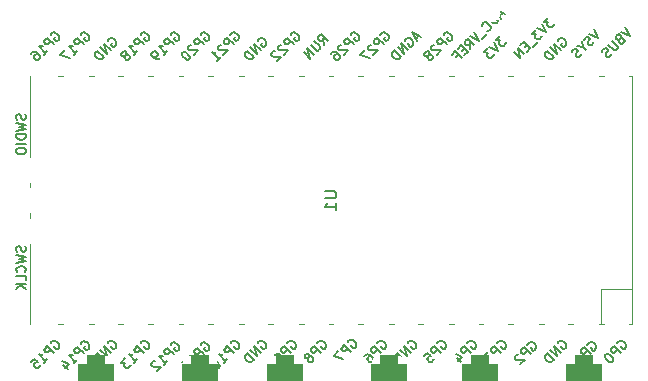
<source format=gbo>
G04 #@! TF.GenerationSoftware,KiCad,Pcbnew,8.0.4*
G04 #@! TF.CreationDate,2024-08-21T22:32:05+02:00*
G04 #@! TF.ProjectId,pixxy,70697878-792e-46b6-9963-61645f706362,rev?*
G04 #@! TF.SameCoordinates,Original*
G04 #@! TF.FileFunction,Legend,Bot*
G04 #@! TF.FilePolarity,Positive*
%FSLAX46Y46*%
G04 Gerber Fmt 4.6, Leading zero omitted, Abs format (unit mm)*
G04 Created by KiCad (PCBNEW 8.0.4) date 2024-08-21 22:32:05*
%MOMM*%
%LPD*%
G01*
G04 APERTURE LIST*
G04 Aperture macros list*
%AMRoundRect*
0 Rectangle with rounded corners*
0 $1 Rounding radius*
0 $2 $3 $4 $5 $6 $7 $8 $9 X,Y pos of 4 corners*
0 Add a 4 corners polygon primitive as box body*
4,1,4,$2,$3,$4,$5,$6,$7,$8,$9,$2,$3,0*
0 Add four circle primitives for the rounded corners*
1,1,$1+$1,$2,$3*
1,1,$1+$1,$4,$5*
1,1,$1+$1,$6,$7*
1,1,$1+$1,$8,$9*
0 Add four rect primitives between the rounded corners*
20,1,$1+$1,$2,$3,$4,$5,0*
20,1,$1+$1,$4,$5,$6,$7,0*
20,1,$1+$1,$6,$7,$8,$9,0*
20,1,$1+$1,$8,$9,$2,$3,0*%
G04 Aperture macros list end*
%ADD10C,0.150000*%
%ADD11C,0.120000*%
%ADD12R,1.800000X1.800000*%
%ADD13C,1.800000*%
%ADD14RoundRect,0.750000X0.750000X-1.250000X0.750000X1.250000X-0.750000X1.250000X-0.750000X-1.250000X0*%
%ADD15C,2.000000*%
%ADD16R,1.500000X1.500000*%
%ADD17C,1.600000*%
%ADD18R,1.050000X1.500000*%
%ADD19O,1.050000X1.500000*%
%ADD20O,1.600000X1.600000*%
%ADD21O,1.800000X1.800000*%
%ADD22O,1.500000X1.500000*%
%ADD23R,1.700000X3.500000*%
%ADD24R,3.500000X1.700000*%
G04 APERTURE END LIST*
D10*
X67954819Y-53628095D02*
X68764342Y-53628095D01*
X68764342Y-53628095D02*
X68859580Y-53675714D01*
X68859580Y-53675714D02*
X68907200Y-53723333D01*
X68907200Y-53723333D02*
X68954819Y-53818571D01*
X68954819Y-53818571D02*
X68954819Y-54009047D01*
X68954819Y-54009047D02*
X68907200Y-54104285D01*
X68907200Y-54104285D02*
X68859580Y-54151904D01*
X68859580Y-54151904D02*
X68764342Y-54199523D01*
X68764342Y-54199523D02*
X67954819Y-54199523D01*
X68954819Y-55199523D02*
X68954819Y-54628095D01*
X68954819Y-54913809D02*
X67954819Y-54913809D01*
X67954819Y-54913809D02*
X68097676Y-54818571D01*
X68097676Y-54818571D02*
X68192914Y-54723333D01*
X68192914Y-54723333D02*
X68240533Y-54628095D01*
X69921494Y-66403372D02*
X69948431Y-66322560D01*
X69948431Y-66322560D02*
X70029243Y-66241748D01*
X70029243Y-66241748D02*
X70136993Y-66187873D01*
X70136993Y-66187873D02*
X70244742Y-66187873D01*
X70244742Y-66187873D02*
X70325555Y-66214810D01*
X70325555Y-66214810D02*
X70460242Y-66295623D01*
X70460242Y-66295623D02*
X70541054Y-66376435D01*
X70541054Y-66376435D02*
X70621866Y-66511122D01*
X70621866Y-66511122D02*
X70648803Y-66591934D01*
X70648803Y-66591934D02*
X70648803Y-66699684D01*
X70648803Y-66699684D02*
X70594929Y-66807433D01*
X70594929Y-66807433D02*
X70541054Y-66861308D01*
X70541054Y-66861308D02*
X70433304Y-66915183D01*
X70433304Y-66915183D02*
X70379429Y-66915183D01*
X70379429Y-66915183D02*
X70190868Y-66726621D01*
X70190868Y-66726621D02*
X70298617Y-66618871D01*
X70190868Y-67211494D02*
X69625182Y-66645809D01*
X69625182Y-66645809D02*
X69409683Y-66861308D01*
X69409683Y-66861308D02*
X69382746Y-66942120D01*
X69382746Y-66942120D02*
X69382746Y-66995995D01*
X69382746Y-66995995D02*
X69409683Y-67076807D01*
X69409683Y-67076807D02*
X69490495Y-67157619D01*
X69490495Y-67157619D02*
X69571307Y-67184557D01*
X69571307Y-67184557D02*
X69625182Y-67184557D01*
X69625182Y-67184557D02*
X69705994Y-67157619D01*
X69705994Y-67157619D02*
X69921494Y-66942120D01*
X69113372Y-67157619D02*
X68736248Y-67534743D01*
X68736248Y-67534743D02*
X69544370Y-67857992D01*
X62298431Y-66476435D02*
X62325368Y-66395623D01*
X62325368Y-66395623D02*
X62406180Y-66314811D01*
X62406180Y-66314811D02*
X62513930Y-66260936D01*
X62513930Y-66260936D02*
X62621680Y-66260936D01*
X62621680Y-66260936D02*
X62702492Y-66287873D01*
X62702492Y-66287873D02*
X62837179Y-66368685D01*
X62837179Y-66368685D02*
X62917991Y-66449498D01*
X62917991Y-66449498D02*
X62998803Y-66584185D01*
X62998803Y-66584185D02*
X63025741Y-66664997D01*
X63025741Y-66664997D02*
X63025741Y-66772746D01*
X63025741Y-66772746D02*
X62971866Y-66880496D01*
X62971866Y-66880496D02*
X62917991Y-66934371D01*
X62917991Y-66934371D02*
X62810241Y-66988246D01*
X62810241Y-66988246D02*
X62756367Y-66988246D01*
X62756367Y-66988246D02*
X62567805Y-66799684D01*
X62567805Y-66799684D02*
X62675554Y-66691934D01*
X62567805Y-67284557D02*
X62002119Y-66718872D01*
X62002119Y-66718872D02*
X62244556Y-67607806D01*
X62244556Y-67607806D02*
X61678871Y-67042120D01*
X61975182Y-67877180D02*
X61409497Y-67311494D01*
X61409497Y-67311494D02*
X61274810Y-67446181D01*
X61274810Y-67446181D02*
X61220935Y-67553931D01*
X61220935Y-67553931D02*
X61220935Y-67661680D01*
X61220935Y-67661680D02*
X61247872Y-67742493D01*
X61247872Y-67742493D02*
X61328685Y-67877180D01*
X61328685Y-67877180D02*
X61409497Y-67957992D01*
X61409497Y-67957992D02*
X61544184Y-68038804D01*
X61544184Y-68038804D02*
X61624996Y-68065741D01*
X61624996Y-68065741D02*
X61732746Y-68065741D01*
X61732746Y-68065741D02*
X61840495Y-68011867D01*
X61840495Y-68011867D02*
X61975182Y-67877180D01*
X57460868Y-40379998D02*
X57487805Y-40299185D01*
X57487805Y-40299185D02*
X57568618Y-40218373D01*
X57568618Y-40218373D02*
X57676367Y-40164498D01*
X57676367Y-40164498D02*
X57784117Y-40164498D01*
X57784117Y-40164498D02*
X57864929Y-40191436D01*
X57864929Y-40191436D02*
X57999616Y-40272248D01*
X57999616Y-40272248D02*
X58080428Y-40353060D01*
X58080428Y-40353060D02*
X58161241Y-40487747D01*
X58161241Y-40487747D02*
X58188178Y-40568560D01*
X58188178Y-40568560D02*
X58188178Y-40676309D01*
X58188178Y-40676309D02*
X58134303Y-40784059D01*
X58134303Y-40784059D02*
X58080428Y-40837934D01*
X58080428Y-40837934D02*
X57972679Y-40891808D01*
X57972679Y-40891808D02*
X57918804Y-40891808D01*
X57918804Y-40891808D02*
X57730242Y-40703247D01*
X57730242Y-40703247D02*
X57837992Y-40595497D01*
X57730242Y-41188120D02*
X57164557Y-40622434D01*
X57164557Y-40622434D02*
X56949057Y-40837934D01*
X56949057Y-40837934D02*
X56922120Y-40918746D01*
X56922120Y-40918746D02*
X56922120Y-40972621D01*
X56922120Y-40972621D02*
X56949057Y-41053433D01*
X56949057Y-41053433D02*
X57029870Y-41134245D01*
X57029870Y-41134245D02*
X57110682Y-41161182D01*
X57110682Y-41161182D02*
X57164557Y-41161182D01*
X57164557Y-41161182D02*
X57245369Y-41134245D01*
X57245369Y-41134245D02*
X57460868Y-40918746D01*
X56679683Y-41215057D02*
X56625809Y-41215057D01*
X56625809Y-41215057D02*
X56544996Y-41241995D01*
X56544996Y-41241995D02*
X56410309Y-41376682D01*
X56410309Y-41376682D02*
X56383372Y-41457494D01*
X56383372Y-41457494D02*
X56383372Y-41511369D01*
X56383372Y-41511369D02*
X56410309Y-41592181D01*
X56410309Y-41592181D02*
X56464184Y-41646056D01*
X56464184Y-41646056D02*
X56571934Y-41699930D01*
X56571934Y-41699930D02*
X57218431Y-41699930D01*
X57218431Y-41699930D02*
X56868245Y-42050117D01*
X55952373Y-41834618D02*
X55898499Y-41888492D01*
X55898499Y-41888492D02*
X55871561Y-41969305D01*
X55871561Y-41969305D02*
X55871561Y-42023179D01*
X55871561Y-42023179D02*
X55898499Y-42103992D01*
X55898499Y-42103992D02*
X55979311Y-42238679D01*
X55979311Y-42238679D02*
X56113998Y-42373366D01*
X56113998Y-42373366D02*
X56248685Y-42454178D01*
X56248685Y-42454178D02*
X56329497Y-42481115D01*
X56329497Y-42481115D02*
X56383372Y-42481115D01*
X56383372Y-42481115D02*
X56464184Y-42454178D01*
X56464184Y-42454178D02*
X56518059Y-42400303D01*
X56518059Y-42400303D02*
X56544996Y-42319491D01*
X56544996Y-42319491D02*
X56544996Y-42265616D01*
X56544996Y-42265616D02*
X56518059Y-42184804D01*
X56518059Y-42184804D02*
X56437247Y-42050117D01*
X56437247Y-42050117D02*
X56302560Y-41915430D01*
X56302560Y-41915430D02*
X56167873Y-41834618D01*
X56167873Y-41834618D02*
X56087060Y-41807680D01*
X56087060Y-41807680D02*
X56033186Y-41807680D01*
X56033186Y-41807680D02*
X55952373Y-41834618D01*
X78034868Y-40379998D02*
X78061805Y-40299185D01*
X78061805Y-40299185D02*
X78142618Y-40218373D01*
X78142618Y-40218373D02*
X78250367Y-40164498D01*
X78250367Y-40164498D02*
X78358117Y-40164498D01*
X78358117Y-40164498D02*
X78438929Y-40191436D01*
X78438929Y-40191436D02*
X78573616Y-40272248D01*
X78573616Y-40272248D02*
X78654428Y-40353060D01*
X78654428Y-40353060D02*
X78735241Y-40487747D01*
X78735241Y-40487747D02*
X78762178Y-40568560D01*
X78762178Y-40568560D02*
X78762178Y-40676309D01*
X78762178Y-40676309D02*
X78708303Y-40784059D01*
X78708303Y-40784059D02*
X78654428Y-40837934D01*
X78654428Y-40837934D02*
X78546679Y-40891808D01*
X78546679Y-40891808D02*
X78492804Y-40891808D01*
X78492804Y-40891808D02*
X78304242Y-40703247D01*
X78304242Y-40703247D02*
X78411992Y-40595497D01*
X78304242Y-41188120D02*
X77738557Y-40622434D01*
X77738557Y-40622434D02*
X77523057Y-40837934D01*
X77523057Y-40837934D02*
X77496120Y-40918746D01*
X77496120Y-40918746D02*
X77496120Y-40972621D01*
X77496120Y-40972621D02*
X77523057Y-41053433D01*
X77523057Y-41053433D02*
X77603870Y-41134245D01*
X77603870Y-41134245D02*
X77684682Y-41161182D01*
X77684682Y-41161182D02*
X77738557Y-41161182D01*
X77738557Y-41161182D02*
X77819369Y-41134245D01*
X77819369Y-41134245D02*
X78034868Y-40918746D01*
X77253683Y-41215057D02*
X77199809Y-41215057D01*
X77199809Y-41215057D02*
X77118996Y-41241995D01*
X77118996Y-41241995D02*
X76984309Y-41376682D01*
X76984309Y-41376682D02*
X76957372Y-41457494D01*
X76957372Y-41457494D02*
X76957372Y-41511369D01*
X76957372Y-41511369D02*
X76984309Y-41592181D01*
X76984309Y-41592181D02*
X77038184Y-41646056D01*
X77038184Y-41646056D02*
X77145934Y-41699930D01*
X77145934Y-41699930D02*
X77792431Y-41699930D01*
X77792431Y-41699930D02*
X77442245Y-42050117D01*
X76795747Y-42050117D02*
X76822685Y-41969305D01*
X76822685Y-41969305D02*
X76822685Y-41915430D01*
X76822685Y-41915430D02*
X76795747Y-41834618D01*
X76795747Y-41834618D02*
X76768810Y-41807680D01*
X76768810Y-41807680D02*
X76687998Y-41780743D01*
X76687998Y-41780743D02*
X76634123Y-41780743D01*
X76634123Y-41780743D02*
X76553311Y-41807680D01*
X76553311Y-41807680D02*
X76445561Y-41915430D01*
X76445561Y-41915430D02*
X76418624Y-41996242D01*
X76418624Y-41996242D02*
X76418624Y-42050117D01*
X76418624Y-42050117D02*
X76445561Y-42130929D01*
X76445561Y-42130929D02*
X76472499Y-42157866D01*
X76472499Y-42157866D02*
X76553311Y-42184804D01*
X76553311Y-42184804D02*
X76607186Y-42184804D01*
X76607186Y-42184804D02*
X76687998Y-42157866D01*
X76687998Y-42157866D02*
X76795747Y-42050117D01*
X76795747Y-42050117D02*
X76876560Y-42023179D01*
X76876560Y-42023179D02*
X76930434Y-42023179D01*
X76930434Y-42023179D02*
X77011247Y-42050117D01*
X77011247Y-42050117D02*
X77118996Y-42157866D01*
X77118996Y-42157866D02*
X77145934Y-42238679D01*
X77145934Y-42238679D02*
X77145934Y-42292553D01*
X77145934Y-42292553D02*
X77118996Y-42373366D01*
X77118996Y-42373366D02*
X77011247Y-42481115D01*
X77011247Y-42481115D02*
X76930434Y-42508053D01*
X76930434Y-42508053D02*
X76876560Y-42508053D01*
X76876560Y-42508053D02*
X76795747Y-42481115D01*
X76795747Y-42481115D02*
X76687998Y-42373366D01*
X76687998Y-42373366D02*
X76661060Y-42292553D01*
X76661060Y-42292553D02*
X76661060Y-42238679D01*
X76661060Y-42238679D02*
X76687998Y-42157866D01*
X82790868Y-40480123D02*
X82440682Y-40830309D01*
X82440682Y-40830309D02*
X82844743Y-40857247D01*
X82844743Y-40857247D02*
X82763931Y-40938059D01*
X82763931Y-40938059D02*
X82736993Y-41018871D01*
X82736993Y-41018871D02*
X82736993Y-41072746D01*
X82736993Y-41072746D02*
X82763931Y-41153558D01*
X82763931Y-41153558D02*
X82898618Y-41288245D01*
X82898618Y-41288245D02*
X82979430Y-41315182D01*
X82979430Y-41315182D02*
X83033305Y-41315182D01*
X83033305Y-41315182D02*
X83114117Y-41288245D01*
X83114117Y-41288245D02*
X83275741Y-41126621D01*
X83275741Y-41126621D02*
X83302679Y-41045808D01*
X83302679Y-41045808D02*
X83302679Y-40991934D01*
X82279057Y-40991934D02*
X82656181Y-41746181D01*
X82656181Y-41746181D02*
X81901934Y-41369057D01*
X81767247Y-41503744D02*
X81417061Y-41853930D01*
X81417061Y-41853930D02*
X81821122Y-41880868D01*
X81821122Y-41880868D02*
X81740309Y-41961680D01*
X81740309Y-41961680D02*
X81713372Y-42042492D01*
X81713372Y-42042492D02*
X81713372Y-42096367D01*
X81713372Y-42096367D02*
X81740309Y-42177179D01*
X81740309Y-42177179D02*
X81874996Y-42311866D01*
X81874996Y-42311866D02*
X81955809Y-42338804D01*
X81955809Y-42338804D02*
X82009683Y-42338804D01*
X82009683Y-42338804D02*
X82090496Y-42311866D01*
X82090496Y-42311866D02*
X82252120Y-42150242D01*
X82252120Y-42150242D02*
X82279057Y-42069430D01*
X82279057Y-42069430D02*
X82279057Y-42015555D01*
X90221494Y-66603372D02*
X90248431Y-66522560D01*
X90248431Y-66522560D02*
X90329243Y-66441748D01*
X90329243Y-66441748D02*
X90436993Y-66387873D01*
X90436993Y-66387873D02*
X90544742Y-66387873D01*
X90544742Y-66387873D02*
X90625555Y-66414810D01*
X90625555Y-66414810D02*
X90760242Y-66495623D01*
X90760242Y-66495623D02*
X90841054Y-66576435D01*
X90841054Y-66576435D02*
X90921866Y-66711122D01*
X90921866Y-66711122D02*
X90948803Y-66791934D01*
X90948803Y-66791934D02*
X90948803Y-66899684D01*
X90948803Y-66899684D02*
X90894929Y-67007433D01*
X90894929Y-67007433D02*
X90841054Y-67061308D01*
X90841054Y-67061308D02*
X90733304Y-67115183D01*
X90733304Y-67115183D02*
X90679429Y-67115183D01*
X90679429Y-67115183D02*
X90490868Y-66926621D01*
X90490868Y-66926621D02*
X90598617Y-66818871D01*
X90490868Y-67411494D02*
X89925182Y-66845809D01*
X89925182Y-66845809D02*
X89709683Y-67061308D01*
X89709683Y-67061308D02*
X89682746Y-67142120D01*
X89682746Y-67142120D02*
X89682746Y-67195995D01*
X89682746Y-67195995D02*
X89709683Y-67276807D01*
X89709683Y-67276807D02*
X89790495Y-67357619D01*
X89790495Y-67357619D02*
X89871307Y-67384557D01*
X89871307Y-67384557D02*
X89925182Y-67384557D01*
X89925182Y-67384557D02*
X90005994Y-67357619D01*
X90005994Y-67357619D02*
X90221494Y-67142120D01*
X89628871Y-68273491D02*
X89952120Y-67950242D01*
X89790495Y-68111867D02*
X89224810Y-67546181D01*
X89224810Y-67546181D02*
X89359497Y-67573119D01*
X89359497Y-67573119D02*
X89467246Y-67573119D01*
X89467246Y-67573119D02*
X89548059Y-67546181D01*
X65080868Y-40379998D02*
X65107805Y-40299185D01*
X65107805Y-40299185D02*
X65188618Y-40218373D01*
X65188618Y-40218373D02*
X65296367Y-40164498D01*
X65296367Y-40164498D02*
X65404117Y-40164498D01*
X65404117Y-40164498D02*
X65484929Y-40191436D01*
X65484929Y-40191436D02*
X65619616Y-40272248D01*
X65619616Y-40272248D02*
X65700428Y-40353060D01*
X65700428Y-40353060D02*
X65781241Y-40487747D01*
X65781241Y-40487747D02*
X65808178Y-40568560D01*
X65808178Y-40568560D02*
X65808178Y-40676309D01*
X65808178Y-40676309D02*
X65754303Y-40784059D01*
X65754303Y-40784059D02*
X65700428Y-40837934D01*
X65700428Y-40837934D02*
X65592679Y-40891808D01*
X65592679Y-40891808D02*
X65538804Y-40891808D01*
X65538804Y-40891808D02*
X65350242Y-40703247D01*
X65350242Y-40703247D02*
X65457992Y-40595497D01*
X65350242Y-41188120D02*
X64784557Y-40622434D01*
X64784557Y-40622434D02*
X64569057Y-40837934D01*
X64569057Y-40837934D02*
X64542120Y-40918746D01*
X64542120Y-40918746D02*
X64542120Y-40972621D01*
X64542120Y-40972621D02*
X64569057Y-41053433D01*
X64569057Y-41053433D02*
X64649870Y-41134245D01*
X64649870Y-41134245D02*
X64730682Y-41161182D01*
X64730682Y-41161182D02*
X64784557Y-41161182D01*
X64784557Y-41161182D02*
X64865369Y-41134245D01*
X64865369Y-41134245D02*
X65080868Y-40918746D01*
X64299683Y-41215057D02*
X64245809Y-41215057D01*
X64245809Y-41215057D02*
X64164996Y-41241995D01*
X64164996Y-41241995D02*
X64030309Y-41376682D01*
X64030309Y-41376682D02*
X64003372Y-41457494D01*
X64003372Y-41457494D02*
X64003372Y-41511369D01*
X64003372Y-41511369D02*
X64030309Y-41592181D01*
X64030309Y-41592181D02*
X64084184Y-41646056D01*
X64084184Y-41646056D02*
X64191934Y-41699930D01*
X64191934Y-41699930D02*
X64838431Y-41699930D01*
X64838431Y-41699930D02*
X64488245Y-42050117D01*
X63760935Y-41753805D02*
X63707060Y-41753805D01*
X63707060Y-41753805D02*
X63626248Y-41780743D01*
X63626248Y-41780743D02*
X63491561Y-41915430D01*
X63491561Y-41915430D02*
X63464624Y-41996242D01*
X63464624Y-41996242D02*
X63464624Y-42050117D01*
X63464624Y-42050117D02*
X63491561Y-42130929D01*
X63491561Y-42130929D02*
X63545436Y-42184804D01*
X63545436Y-42184804D02*
X63653186Y-42238679D01*
X63653186Y-42238679D02*
X64299683Y-42238679D01*
X64299683Y-42238679D02*
X63949497Y-42588865D01*
X62298431Y-40876435D02*
X62325368Y-40795623D01*
X62325368Y-40795623D02*
X62406180Y-40714811D01*
X62406180Y-40714811D02*
X62513930Y-40660936D01*
X62513930Y-40660936D02*
X62621680Y-40660936D01*
X62621680Y-40660936D02*
X62702492Y-40687873D01*
X62702492Y-40687873D02*
X62837179Y-40768685D01*
X62837179Y-40768685D02*
X62917991Y-40849498D01*
X62917991Y-40849498D02*
X62998803Y-40984185D01*
X62998803Y-40984185D02*
X63025741Y-41064997D01*
X63025741Y-41064997D02*
X63025741Y-41172746D01*
X63025741Y-41172746D02*
X62971866Y-41280496D01*
X62971866Y-41280496D02*
X62917991Y-41334371D01*
X62917991Y-41334371D02*
X62810241Y-41388246D01*
X62810241Y-41388246D02*
X62756367Y-41388246D01*
X62756367Y-41388246D02*
X62567805Y-41199684D01*
X62567805Y-41199684D02*
X62675554Y-41091934D01*
X62567805Y-41684557D02*
X62002119Y-41118872D01*
X62002119Y-41118872D02*
X62244556Y-42007806D01*
X62244556Y-42007806D02*
X61678871Y-41442120D01*
X61975182Y-42277180D02*
X61409497Y-41711494D01*
X61409497Y-41711494D02*
X61274810Y-41846181D01*
X61274810Y-41846181D02*
X61220935Y-41953931D01*
X61220935Y-41953931D02*
X61220935Y-42061680D01*
X61220935Y-42061680D02*
X61247872Y-42142493D01*
X61247872Y-42142493D02*
X61328685Y-42277180D01*
X61328685Y-42277180D02*
X61409497Y-42357992D01*
X61409497Y-42357992D02*
X61544184Y-42438804D01*
X61544184Y-42438804D02*
X61624996Y-42465741D01*
X61624996Y-42465741D02*
X61732746Y-42465741D01*
X61732746Y-42465741D02*
X61840495Y-42411867D01*
X61840495Y-42411867D02*
X61975182Y-42277180D01*
X80051494Y-66503372D02*
X80078431Y-66422560D01*
X80078431Y-66422560D02*
X80159243Y-66341748D01*
X80159243Y-66341748D02*
X80266993Y-66287873D01*
X80266993Y-66287873D02*
X80374742Y-66287873D01*
X80374742Y-66287873D02*
X80455555Y-66314810D01*
X80455555Y-66314810D02*
X80590242Y-66395623D01*
X80590242Y-66395623D02*
X80671054Y-66476435D01*
X80671054Y-66476435D02*
X80751866Y-66611122D01*
X80751866Y-66611122D02*
X80778803Y-66691934D01*
X80778803Y-66691934D02*
X80778803Y-66799684D01*
X80778803Y-66799684D02*
X80724929Y-66907433D01*
X80724929Y-66907433D02*
X80671054Y-66961308D01*
X80671054Y-66961308D02*
X80563304Y-67015183D01*
X80563304Y-67015183D02*
X80509429Y-67015183D01*
X80509429Y-67015183D02*
X80320868Y-66826621D01*
X80320868Y-66826621D02*
X80428617Y-66718871D01*
X80320868Y-67311494D02*
X79755182Y-66745809D01*
X79755182Y-66745809D02*
X79539683Y-66961308D01*
X79539683Y-66961308D02*
X79512746Y-67042120D01*
X79512746Y-67042120D02*
X79512746Y-67095995D01*
X79512746Y-67095995D02*
X79539683Y-67176807D01*
X79539683Y-67176807D02*
X79620495Y-67257619D01*
X79620495Y-67257619D02*
X79701307Y-67284557D01*
X79701307Y-67284557D02*
X79755182Y-67284557D01*
X79755182Y-67284557D02*
X79835994Y-67257619D01*
X79835994Y-67257619D02*
X80051494Y-67042120D01*
X79135622Y-67742493D02*
X79512746Y-68119616D01*
X79054810Y-67392306D02*
X79593558Y-67661680D01*
X79593558Y-67661680D02*
X79243372Y-68011867D01*
X60000868Y-66487998D02*
X60027805Y-66407185D01*
X60027805Y-66407185D02*
X60108618Y-66326373D01*
X60108618Y-66326373D02*
X60216367Y-66272498D01*
X60216367Y-66272498D02*
X60324117Y-66272498D01*
X60324117Y-66272498D02*
X60404929Y-66299436D01*
X60404929Y-66299436D02*
X60539616Y-66380248D01*
X60539616Y-66380248D02*
X60620428Y-66461060D01*
X60620428Y-66461060D02*
X60701241Y-66595747D01*
X60701241Y-66595747D02*
X60728178Y-66676560D01*
X60728178Y-66676560D02*
X60728178Y-66784309D01*
X60728178Y-66784309D02*
X60674303Y-66892059D01*
X60674303Y-66892059D02*
X60620428Y-66945934D01*
X60620428Y-66945934D02*
X60512679Y-66999808D01*
X60512679Y-66999808D02*
X60458804Y-66999808D01*
X60458804Y-66999808D02*
X60270242Y-66811247D01*
X60270242Y-66811247D02*
X60377992Y-66703497D01*
X60270242Y-67296120D02*
X59704557Y-66730434D01*
X59704557Y-66730434D02*
X59489057Y-66945934D01*
X59489057Y-66945934D02*
X59462120Y-67026746D01*
X59462120Y-67026746D02*
X59462120Y-67080621D01*
X59462120Y-67080621D02*
X59489057Y-67161433D01*
X59489057Y-67161433D02*
X59569870Y-67242245D01*
X59569870Y-67242245D02*
X59650682Y-67269182D01*
X59650682Y-67269182D02*
X59704557Y-67269182D01*
X59704557Y-67269182D02*
X59785369Y-67242245D01*
X59785369Y-67242245D02*
X60000868Y-67026746D01*
X59408245Y-68158117D02*
X59731494Y-67834868D01*
X59569870Y-67996492D02*
X59004184Y-67430807D01*
X59004184Y-67430807D02*
X59138871Y-67457744D01*
X59138871Y-67457744D02*
X59246621Y-67457744D01*
X59246621Y-67457744D02*
X59327433Y-67430807D01*
X58492373Y-67942618D02*
X58438499Y-67996492D01*
X58438499Y-67996492D02*
X58411561Y-68077305D01*
X58411561Y-68077305D02*
X58411561Y-68131179D01*
X58411561Y-68131179D02*
X58438499Y-68211992D01*
X58438499Y-68211992D02*
X58519311Y-68346679D01*
X58519311Y-68346679D02*
X58653998Y-68481366D01*
X58653998Y-68481366D02*
X58788685Y-68562178D01*
X58788685Y-68562178D02*
X58869497Y-68589115D01*
X58869497Y-68589115D02*
X58923372Y-68589115D01*
X58923372Y-68589115D02*
X59004184Y-68562178D01*
X59004184Y-68562178D02*
X59058059Y-68508303D01*
X59058059Y-68508303D02*
X59084996Y-68427491D01*
X59084996Y-68427491D02*
X59084996Y-68373616D01*
X59084996Y-68373616D02*
X59058059Y-68292804D01*
X59058059Y-68292804D02*
X58977247Y-68158117D01*
X58977247Y-68158117D02*
X58842560Y-68023430D01*
X58842560Y-68023430D02*
X58707873Y-67942618D01*
X58707873Y-67942618D02*
X58627060Y-67915680D01*
X58627060Y-67915680D02*
X58573186Y-67915680D01*
X58573186Y-67915680D02*
X58492373Y-67942618D01*
X67903710Y-41228651D02*
X67822898Y-40770716D01*
X68226959Y-40905403D02*
X67661274Y-40339717D01*
X67661274Y-40339717D02*
X67445775Y-40555216D01*
X67445775Y-40555216D02*
X67418837Y-40636029D01*
X67418837Y-40636029D02*
X67418837Y-40689903D01*
X67418837Y-40689903D02*
X67445775Y-40770716D01*
X67445775Y-40770716D02*
X67526587Y-40851528D01*
X67526587Y-40851528D02*
X67607399Y-40878465D01*
X67607399Y-40878465D02*
X67661274Y-40878465D01*
X67661274Y-40878465D02*
X67742086Y-40851528D01*
X67742086Y-40851528D02*
X67957585Y-40636029D01*
X67095588Y-40905403D02*
X67553524Y-41363338D01*
X67553524Y-41363338D02*
X67580462Y-41444151D01*
X67580462Y-41444151D02*
X67580462Y-41498025D01*
X67580462Y-41498025D02*
X67553524Y-41578838D01*
X67553524Y-41578838D02*
X67445775Y-41686587D01*
X67445775Y-41686587D02*
X67364962Y-41713525D01*
X67364962Y-41713525D02*
X67311088Y-41713525D01*
X67311088Y-41713525D02*
X67230275Y-41686587D01*
X67230275Y-41686587D02*
X66772340Y-41228651D01*
X67068651Y-42063711D02*
X66502966Y-41498025D01*
X66502966Y-41498025D02*
X66745402Y-42386959D01*
X66745402Y-42386959D02*
X66179717Y-41821274D01*
X93427585Y-39743406D02*
X93804709Y-40497653D01*
X93804709Y-40497653D02*
X93050462Y-40120529D01*
X92942712Y-40767027D02*
X92888838Y-40874776D01*
X92888838Y-40874776D02*
X92888838Y-40928651D01*
X92888838Y-40928651D02*
X92915775Y-41009463D01*
X92915775Y-41009463D02*
X92996587Y-41090276D01*
X92996587Y-41090276D02*
X93077399Y-41117213D01*
X93077399Y-41117213D02*
X93131274Y-41117213D01*
X93131274Y-41117213D02*
X93212086Y-41090276D01*
X93212086Y-41090276D02*
X93427586Y-40874776D01*
X93427586Y-40874776D02*
X92861900Y-40309091D01*
X92861900Y-40309091D02*
X92673338Y-40497653D01*
X92673338Y-40497653D02*
X92646401Y-40578465D01*
X92646401Y-40578465D02*
X92646401Y-40632340D01*
X92646401Y-40632340D02*
X92673338Y-40713152D01*
X92673338Y-40713152D02*
X92727213Y-40767027D01*
X92727213Y-40767027D02*
X92808025Y-40793964D01*
X92808025Y-40793964D02*
X92861900Y-40793964D01*
X92861900Y-40793964D02*
X92942712Y-40767027D01*
X92942712Y-40767027D02*
X93131274Y-40578465D01*
X92296215Y-40874776D02*
X92754151Y-41332712D01*
X92754151Y-41332712D02*
X92781088Y-41413524D01*
X92781088Y-41413524D02*
X92781088Y-41467399D01*
X92781088Y-41467399D02*
X92754151Y-41548211D01*
X92754151Y-41548211D02*
X92646401Y-41655961D01*
X92646401Y-41655961D02*
X92565589Y-41682898D01*
X92565589Y-41682898D02*
X92511714Y-41682898D01*
X92511714Y-41682898D02*
X92430902Y-41655961D01*
X92430902Y-41655961D02*
X91972966Y-41198025D01*
X92269277Y-41979210D02*
X92215403Y-42086959D01*
X92215403Y-42086959D02*
X92080716Y-42221646D01*
X92080716Y-42221646D02*
X91999903Y-42248584D01*
X91999903Y-42248584D02*
X91946029Y-42248584D01*
X91946029Y-42248584D02*
X91865216Y-42221646D01*
X91865216Y-42221646D02*
X91811342Y-42167771D01*
X91811342Y-42167771D02*
X91784404Y-42086959D01*
X91784404Y-42086959D02*
X91784404Y-42033084D01*
X91784404Y-42033084D02*
X91811342Y-41952272D01*
X91811342Y-41952272D02*
X91892154Y-41817585D01*
X91892154Y-41817585D02*
X91919091Y-41736773D01*
X91919091Y-41736773D02*
X91919091Y-41682898D01*
X91919091Y-41682898D02*
X91892154Y-41602086D01*
X91892154Y-41602086D02*
X91838279Y-41548211D01*
X91838279Y-41548211D02*
X91757467Y-41521274D01*
X91757467Y-41521274D02*
X91703592Y-41521274D01*
X91703592Y-41521274D02*
X91622780Y-41548211D01*
X91622780Y-41548211D02*
X91488093Y-41682898D01*
X91488093Y-41682898D02*
X91434218Y-41790648D01*
X83034049Y-38545064D02*
X82764675Y-38814438D01*
X83249549Y-38652813D02*
X82495301Y-38275690D01*
X82495301Y-38275690D02*
X82872425Y-39029937D01*
X82683863Y-39218499D02*
X82118178Y-38652813D01*
X82118178Y-38652813D02*
X81983491Y-38787500D01*
X81983491Y-38787500D02*
X81929616Y-38895250D01*
X81929616Y-38895250D02*
X81929616Y-39002999D01*
X81929616Y-39002999D02*
X81956553Y-39083812D01*
X81956553Y-39083812D02*
X82037366Y-39218499D01*
X82037366Y-39218499D02*
X82118178Y-39299311D01*
X82118178Y-39299311D02*
X82252865Y-39380123D01*
X82252865Y-39380123D02*
X82333677Y-39407060D01*
X82333677Y-39407060D02*
X82441427Y-39407060D01*
X82441427Y-39407060D02*
X82549176Y-39353186D01*
X82549176Y-39353186D02*
X82683863Y-39218499D01*
X81741054Y-40053558D02*
X81794929Y-40053558D01*
X81794929Y-40053558D02*
X81902679Y-39999683D01*
X81902679Y-39999683D02*
X81956553Y-39945808D01*
X81956553Y-39945808D02*
X82010428Y-39838059D01*
X82010428Y-39838059D02*
X82010428Y-39730309D01*
X82010428Y-39730309D02*
X81983491Y-39649497D01*
X81983491Y-39649497D02*
X81902679Y-39514810D01*
X81902679Y-39514810D02*
X81821866Y-39433998D01*
X81821866Y-39433998D02*
X81687179Y-39353186D01*
X81687179Y-39353186D02*
X81606367Y-39326248D01*
X81606367Y-39326248D02*
X81498618Y-39326248D01*
X81498618Y-39326248D02*
X81390868Y-39380123D01*
X81390868Y-39380123D02*
X81336993Y-39433998D01*
X81336993Y-39433998D02*
X81283118Y-39541747D01*
X81283118Y-39541747D02*
X81283118Y-39595622D01*
X81741054Y-40269057D02*
X81310056Y-40700056D01*
X80636621Y-40134370D02*
X81013744Y-40888618D01*
X81013744Y-40888618D02*
X80259497Y-40511494D01*
X80313372Y-41588990D02*
X80232560Y-41131054D01*
X80636621Y-41265741D02*
X80070935Y-40700056D01*
X80070935Y-40700056D02*
X79855436Y-40915555D01*
X79855436Y-40915555D02*
X79828499Y-40996367D01*
X79828499Y-40996367D02*
X79828499Y-41050242D01*
X79828499Y-41050242D02*
X79855436Y-41131054D01*
X79855436Y-41131054D02*
X79936248Y-41211866D01*
X79936248Y-41211866D02*
X80017061Y-41238804D01*
X80017061Y-41238804D02*
X80070935Y-41238804D01*
X80070935Y-41238804D02*
X80151748Y-41211866D01*
X80151748Y-41211866D02*
X80367247Y-40996367D01*
X79774624Y-41535115D02*
X79586062Y-41723677D01*
X79801561Y-42100800D02*
X80070935Y-41831426D01*
X80070935Y-41831426D02*
X79505250Y-41265741D01*
X79505250Y-41265741D02*
X79235876Y-41535115D01*
X79074251Y-42235488D02*
X79262813Y-42046926D01*
X79559125Y-42343237D02*
X78993439Y-41777552D01*
X78993439Y-41777552D02*
X78724065Y-42046926D01*
X52380868Y-66487998D02*
X52407805Y-66407185D01*
X52407805Y-66407185D02*
X52488618Y-66326373D01*
X52488618Y-66326373D02*
X52596367Y-66272498D01*
X52596367Y-66272498D02*
X52704117Y-66272498D01*
X52704117Y-66272498D02*
X52784929Y-66299436D01*
X52784929Y-66299436D02*
X52919616Y-66380248D01*
X52919616Y-66380248D02*
X53000428Y-66461060D01*
X53000428Y-66461060D02*
X53081241Y-66595747D01*
X53081241Y-66595747D02*
X53108178Y-66676560D01*
X53108178Y-66676560D02*
X53108178Y-66784309D01*
X53108178Y-66784309D02*
X53054303Y-66892059D01*
X53054303Y-66892059D02*
X53000428Y-66945934D01*
X53000428Y-66945934D02*
X52892679Y-66999808D01*
X52892679Y-66999808D02*
X52838804Y-66999808D01*
X52838804Y-66999808D02*
X52650242Y-66811247D01*
X52650242Y-66811247D02*
X52757992Y-66703497D01*
X52650242Y-67296120D02*
X52084557Y-66730434D01*
X52084557Y-66730434D02*
X51869057Y-66945934D01*
X51869057Y-66945934D02*
X51842120Y-67026746D01*
X51842120Y-67026746D02*
X51842120Y-67080621D01*
X51842120Y-67080621D02*
X51869057Y-67161433D01*
X51869057Y-67161433D02*
X51949870Y-67242245D01*
X51949870Y-67242245D02*
X52030682Y-67269182D01*
X52030682Y-67269182D02*
X52084557Y-67269182D01*
X52084557Y-67269182D02*
X52165369Y-67242245D01*
X52165369Y-67242245D02*
X52380868Y-67026746D01*
X51788245Y-68158117D02*
X52111494Y-67834868D01*
X51949870Y-67996492D02*
X51384184Y-67430807D01*
X51384184Y-67430807D02*
X51518871Y-67457744D01*
X51518871Y-67457744D02*
X51626621Y-67457744D01*
X51626621Y-67457744D02*
X51707433Y-67430807D01*
X51033998Y-67780993D02*
X50683812Y-68131179D01*
X50683812Y-68131179D02*
X51087873Y-68158117D01*
X51087873Y-68158117D02*
X51007060Y-68238929D01*
X51007060Y-68238929D02*
X50980123Y-68319741D01*
X50980123Y-68319741D02*
X50980123Y-68373616D01*
X50980123Y-68373616D02*
X51007060Y-68454428D01*
X51007060Y-68454428D02*
X51141747Y-68589115D01*
X51141747Y-68589115D02*
X51222560Y-68616053D01*
X51222560Y-68616053D02*
X51276434Y-68616053D01*
X51276434Y-68616053D02*
X51357247Y-68589115D01*
X51357247Y-68589115D02*
X51518871Y-68427491D01*
X51518871Y-68427491D02*
X51545808Y-68346679D01*
X51545808Y-68346679D02*
X51545808Y-68292804D01*
X92751494Y-66503372D02*
X92778431Y-66422560D01*
X92778431Y-66422560D02*
X92859243Y-66341748D01*
X92859243Y-66341748D02*
X92966993Y-66287873D01*
X92966993Y-66287873D02*
X93074742Y-66287873D01*
X93074742Y-66287873D02*
X93155555Y-66314810D01*
X93155555Y-66314810D02*
X93290242Y-66395623D01*
X93290242Y-66395623D02*
X93371054Y-66476435D01*
X93371054Y-66476435D02*
X93451866Y-66611122D01*
X93451866Y-66611122D02*
X93478803Y-66691934D01*
X93478803Y-66691934D02*
X93478803Y-66799684D01*
X93478803Y-66799684D02*
X93424929Y-66907433D01*
X93424929Y-66907433D02*
X93371054Y-66961308D01*
X93371054Y-66961308D02*
X93263304Y-67015183D01*
X93263304Y-67015183D02*
X93209429Y-67015183D01*
X93209429Y-67015183D02*
X93020868Y-66826621D01*
X93020868Y-66826621D02*
X93128617Y-66718871D01*
X93020868Y-67311494D02*
X92455182Y-66745809D01*
X92455182Y-66745809D02*
X92239683Y-66961308D01*
X92239683Y-66961308D02*
X92212746Y-67042120D01*
X92212746Y-67042120D02*
X92212746Y-67095995D01*
X92212746Y-67095995D02*
X92239683Y-67176807D01*
X92239683Y-67176807D02*
X92320495Y-67257619D01*
X92320495Y-67257619D02*
X92401307Y-67284557D01*
X92401307Y-67284557D02*
X92455182Y-67284557D01*
X92455182Y-67284557D02*
X92535994Y-67257619D01*
X92535994Y-67257619D02*
X92751494Y-67042120D01*
X91781747Y-67419244D02*
X91727872Y-67473119D01*
X91727872Y-67473119D02*
X91700935Y-67553931D01*
X91700935Y-67553931D02*
X91700935Y-67607806D01*
X91700935Y-67607806D02*
X91727872Y-67688618D01*
X91727872Y-67688618D02*
X91808685Y-67823305D01*
X91808685Y-67823305D02*
X91943372Y-67957992D01*
X91943372Y-67957992D02*
X92078059Y-68038804D01*
X92078059Y-68038804D02*
X92158871Y-68065741D01*
X92158871Y-68065741D02*
X92212746Y-68065741D01*
X92212746Y-68065741D02*
X92293558Y-68038804D01*
X92293558Y-68038804D02*
X92347433Y-67984929D01*
X92347433Y-67984929D02*
X92374370Y-67904117D01*
X92374370Y-67904117D02*
X92374370Y-67850242D01*
X92374370Y-67850242D02*
X92347433Y-67769430D01*
X92347433Y-67769430D02*
X92266620Y-67634743D01*
X92266620Y-67634743D02*
X92131933Y-67500056D01*
X92131933Y-67500056D02*
X91997246Y-67419244D01*
X91997246Y-67419244D02*
X91916434Y-67392306D01*
X91916434Y-67392306D02*
X91862559Y-67392306D01*
X91862559Y-67392306D02*
X91781747Y-67419244D01*
X74998431Y-66476435D02*
X75025368Y-66395623D01*
X75025368Y-66395623D02*
X75106180Y-66314811D01*
X75106180Y-66314811D02*
X75213930Y-66260936D01*
X75213930Y-66260936D02*
X75321680Y-66260936D01*
X75321680Y-66260936D02*
X75402492Y-66287873D01*
X75402492Y-66287873D02*
X75537179Y-66368685D01*
X75537179Y-66368685D02*
X75617991Y-66449498D01*
X75617991Y-66449498D02*
X75698803Y-66584185D01*
X75698803Y-66584185D02*
X75725741Y-66664997D01*
X75725741Y-66664997D02*
X75725741Y-66772746D01*
X75725741Y-66772746D02*
X75671866Y-66880496D01*
X75671866Y-66880496D02*
X75617991Y-66934371D01*
X75617991Y-66934371D02*
X75510241Y-66988246D01*
X75510241Y-66988246D02*
X75456367Y-66988246D01*
X75456367Y-66988246D02*
X75267805Y-66799684D01*
X75267805Y-66799684D02*
X75375554Y-66691934D01*
X75267805Y-67284557D02*
X74702119Y-66718872D01*
X74702119Y-66718872D02*
X74944556Y-67607806D01*
X74944556Y-67607806D02*
X74378871Y-67042120D01*
X74675182Y-67877180D02*
X74109497Y-67311494D01*
X74109497Y-67311494D02*
X73974810Y-67446181D01*
X73974810Y-67446181D02*
X73920935Y-67553931D01*
X73920935Y-67553931D02*
X73920935Y-67661680D01*
X73920935Y-67661680D02*
X73947872Y-67742493D01*
X73947872Y-67742493D02*
X74028685Y-67877180D01*
X74028685Y-67877180D02*
X74109497Y-67957992D01*
X74109497Y-67957992D02*
X74244184Y-68038804D01*
X74244184Y-68038804D02*
X74324996Y-68065741D01*
X74324996Y-68065741D02*
X74432746Y-68065741D01*
X74432746Y-68065741D02*
X74540495Y-68011867D01*
X74540495Y-68011867D02*
X74675182Y-67877180D01*
X59990868Y-40379998D02*
X60017805Y-40299185D01*
X60017805Y-40299185D02*
X60098618Y-40218373D01*
X60098618Y-40218373D02*
X60206367Y-40164498D01*
X60206367Y-40164498D02*
X60314117Y-40164498D01*
X60314117Y-40164498D02*
X60394929Y-40191436D01*
X60394929Y-40191436D02*
X60529616Y-40272248D01*
X60529616Y-40272248D02*
X60610428Y-40353060D01*
X60610428Y-40353060D02*
X60691241Y-40487747D01*
X60691241Y-40487747D02*
X60718178Y-40568560D01*
X60718178Y-40568560D02*
X60718178Y-40676309D01*
X60718178Y-40676309D02*
X60664303Y-40784059D01*
X60664303Y-40784059D02*
X60610428Y-40837934D01*
X60610428Y-40837934D02*
X60502679Y-40891808D01*
X60502679Y-40891808D02*
X60448804Y-40891808D01*
X60448804Y-40891808D02*
X60260242Y-40703247D01*
X60260242Y-40703247D02*
X60367992Y-40595497D01*
X60260242Y-41188120D02*
X59694557Y-40622434D01*
X59694557Y-40622434D02*
X59479057Y-40837934D01*
X59479057Y-40837934D02*
X59452120Y-40918746D01*
X59452120Y-40918746D02*
X59452120Y-40972621D01*
X59452120Y-40972621D02*
X59479057Y-41053433D01*
X59479057Y-41053433D02*
X59559870Y-41134245D01*
X59559870Y-41134245D02*
X59640682Y-41161182D01*
X59640682Y-41161182D02*
X59694557Y-41161182D01*
X59694557Y-41161182D02*
X59775369Y-41134245D01*
X59775369Y-41134245D02*
X59990868Y-40918746D01*
X59209683Y-41215057D02*
X59155809Y-41215057D01*
X59155809Y-41215057D02*
X59074996Y-41241995D01*
X59074996Y-41241995D02*
X58940309Y-41376682D01*
X58940309Y-41376682D02*
X58913372Y-41457494D01*
X58913372Y-41457494D02*
X58913372Y-41511369D01*
X58913372Y-41511369D02*
X58940309Y-41592181D01*
X58940309Y-41592181D02*
X58994184Y-41646056D01*
X58994184Y-41646056D02*
X59101934Y-41699930D01*
X59101934Y-41699930D02*
X59748431Y-41699930D01*
X59748431Y-41699930D02*
X59398245Y-42050117D01*
X58859497Y-42588865D02*
X59182746Y-42265616D01*
X59021121Y-42427240D02*
X58455436Y-41861555D01*
X58455436Y-41861555D02*
X58590123Y-41888492D01*
X58590123Y-41888492D02*
X58697873Y-41888492D01*
X58697873Y-41888492D02*
X58778685Y-41861555D01*
X42624200Y-47094761D02*
X42662295Y-47209047D01*
X42662295Y-47209047D02*
X42662295Y-47399523D01*
X42662295Y-47399523D02*
X42624200Y-47475714D01*
X42624200Y-47475714D02*
X42586104Y-47513809D01*
X42586104Y-47513809D02*
X42509914Y-47551904D01*
X42509914Y-47551904D02*
X42433723Y-47551904D01*
X42433723Y-47551904D02*
X42357533Y-47513809D01*
X42357533Y-47513809D02*
X42319438Y-47475714D01*
X42319438Y-47475714D02*
X42281342Y-47399523D01*
X42281342Y-47399523D02*
X42243247Y-47247142D01*
X42243247Y-47247142D02*
X42205152Y-47170952D01*
X42205152Y-47170952D02*
X42167057Y-47132857D01*
X42167057Y-47132857D02*
X42090866Y-47094761D01*
X42090866Y-47094761D02*
X42014676Y-47094761D01*
X42014676Y-47094761D02*
X41938485Y-47132857D01*
X41938485Y-47132857D02*
X41900390Y-47170952D01*
X41900390Y-47170952D02*
X41862295Y-47247142D01*
X41862295Y-47247142D02*
X41862295Y-47437619D01*
X41862295Y-47437619D02*
X41900390Y-47551904D01*
X41862295Y-47818571D02*
X42662295Y-48009047D01*
X42662295Y-48009047D02*
X42090866Y-48161428D01*
X42090866Y-48161428D02*
X42662295Y-48313809D01*
X42662295Y-48313809D02*
X41862295Y-48504286D01*
X42662295Y-48809048D02*
X41862295Y-48809048D01*
X41862295Y-48809048D02*
X41862295Y-48999524D01*
X41862295Y-48999524D02*
X41900390Y-49113810D01*
X41900390Y-49113810D02*
X41976580Y-49190000D01*
X41976580Y-49190000D02*
X42052771Y-49228095D01*
X42052771Y-49228095D02*
X42205152Y-49266191D01*
X42205152Y-49266191D02*
X42319438Y-49266191D01*
X42319438Y-49266191D02*
X42471819Y-49228095D01*
X42471819Y-49228095D02*
X42548009Y-49190000D01*
X42548009Y-49190000D02*
X42624200Y-49113810D01*
X42624200Y-49113810D02*
X42662295Y-48999524D01*
X42662295Y-48999524D02*
X42662295Y-48809048D01*
X42662295Y-49609048D02*
X41862295Y-49609048D01*
X41862295Y-50142381D02*
X41862295Y-50294762D01*
X41862295Y-50294762D02*
X41900390Y-50370952D01*
X41900390Y-50370952D02*
X41976580Y-50447143D01*
X41976580Y-50447143D02*
X42128961Y-50485238D01*
X42128961Y-50485238D02*
X42395628Y-50485238D01*
X42395628Y-50485238D02*
X42548009Y-50447143D01*
X42548009Y-50447143D02*
X42624200Y-50370952D01*
X42624200Y-50370952D02*
X42662295Y-50294762D01*
X42662295Y-50294762D02*
X42662295Y-50142381D01*
X42662295Y-50142381D02*
X42624200Y-50066190D01*
X42624200Y-50066190D02*
X42548009Y-49990000D01*
X42548009Y-49990000D02*
X42395628Y-49951904D01*
X42395628Y-49951904D02*
X42128961Y-49951904D01*
X42128961Y-49951904D02*
X41976580Y-49990000D01*
X41976580Y-49990000D02*
X41900390Y-50066190D01*
X41900390Y-50066190D02*
X41862295Y-50142381D01*
X49598431Y-66476435D02*
X49625368Y-66395623D01*
X49625368Y-66395623D02*
X49706180Y-66314811D01*
X49706180Y-66314811D02*
X49813930Y-66260936D01*
X49813930Y-66260936D02*
X49921680Y-66260936D01*
X49921680Y-66260936D02*
X50002492Y-66287873D01*
X50002492Y-66287873D02*
X50137179Y-66368685D01*
X50137179Y-66368685D02*
X50217991Y-66449498D01*
X50217991Y-66449498D02*
X50298803Y-66584185D01*
X50298803Y-66584185D02*
X50325741Y-66664997D01*
X50325741Y-66664997D02*
X50325741Y-66772746D01*
X50325741Y-66772746D02*
X50271866Y-66880496D01*
X50271866Y-66880496D02*
X50217991Y-66934371D01*
X50217991Y-66934371D02*
X50110241Y-66988246D01*
X50110241Y-66988246D02*
X50056367Y-66988246D01*
X50056367Y-66988246D02*
X49867805Y-66799684D01*
X49867805Y-66799684D02*
X49975554Y-66691934D01*
X49867805Y-67284557D02*
X49302119Y-66718872D01*
X49302119Y-66718872D02*
X49544556Y-67607806D01*
X49544556Y-67607806D02*
X48978871Y-67042120D01*
X49275182Y-67877180D02*
X48709497Y-67311494D01*
X48709497Y-67311494D02*
X48574810Y-67446181D01*
X48574810Y-67446181D02*
X48520935Y-67553931D01*
X48520935Y-67553931D02*
X48520935Y-67661680D01*
X48520935Y-67661680D02*
X48547872Y-67742493D01*
X48547872Y-67742493D02*
X48628685Y-67877180D01*
X48628685Y-67877180D02*
X48709497Y-67957992D01*
X48709497Y-67957992D02*
X48844184Y-68038804D01*
X48844184Y-68038804D02*
X48924996Y-68065741D01*
X48924996Y-68065741D02*
X49032746Y-68065741D01*
X49032746Y-68065741D02*
X49140495Y-68011867D01*
X49140495Y-68011867D02*
X49275182Y-67877180D01*
X82591494Y-66503372D02*
X82618431Y-66422560D01*
X82618431Y-66422560D02*
X82699243Y-66341748D01*
X82699243Y-66341748D02*
X82806993Y-66287873D01*
X82806993Y-66287873D02*
X82914742Y-66287873D01*
X82914742Y-66287873D02*
X82995555Y-66314810D01*
X82995555Y-66314810D02*
X83130242Y-66395623D01*
X83130242Y-66395623D02*
X83211054Y-66476435D01*
X83211054Y-66476435D02*
X83291866Y-66611122D01*
X83291866Y-66611122D02*
X83318803Y-66691934D01*
X83318803Y-66691934D02*
X83318803Y-66799684D01*
X83318803Y-66799684D02*
X83264929Y-66907433D01*
X83264929Y-66907433D02*
X83211054Y-66961308D01*
X83211054Y-66961308D02*
X83103304Y-67015183D01*
X83103304Y-67015183D02*
X83049429Y-67015183D01*
X83049429Y-67015183D02*
X82860868Y-66826621D01*
X82860868Y-66826621D02*
X82968617Y-66718871D01*
X82860868Y-67311494D02*
X82295182Y-66745809D01*
X82295182Y-66745809D02*
X82079683Y-66961308D01*
X82079683Y-66961308D02*
X82052746Y-67042120D01*
X82052746Y-67042120D02*
X82052746Y-67095995D01*
X82052746Y-67095995D02*
X82079683Y-67176807D01*
X82079683Y-67176807D02*
X82160495Y-67257619D01*
X82160495Y-67257619D02*
X82241307Y-67284557D01*
X82241307Y-67284557D02*
X82295182Y-67284557D01*
X82295182Y-67284557D02*
X82375994Y-67257619D01*
X82375994Y-67257619D02*
X82591494Y-67042120D01*
X81783372Y-67257619D02*
X81433185Y-67607806D01*
X81433185Y-67607806D02*
X81837246Y-67634743D01*
X81837246Y-67634743D02*
X81756434Y-67715555D01*
X81756434Y-67715555D02*
X81729497Y-67796367D01*
X81729497Y-67796367D02*
X81729497Y-67850242D01*
X81729497Y-67850242D02*
X81756434Y-67931054D01*
X81756434Y-67931054D02*
X81891121Y-68065741D01*
X81891121Y-68065741D02*
X81971933Y-68092679D01*
X81971933Y-68092679D02*
X82025808Y-68092679D01*
X82025808Y-68092679D02*
X82106620Y-68065741D01*
X82106620Y-68065741D02*
X82268245Y-67904117D01*
X82268245Y-67904117D02*
X82295182Y-67823305D01*
X82295182Y-67823305D02*
X82295182Y-67769430D01*
X86858584Y-38912407D02*
X86508398Y-39262593D01*
X86508398Y-39262593D02*
X86912459Y-39289531D01*
X86912459Y-39289531D02*
X86831646Y-39370343D01*
X86831646Y-39370343D02*
X86804709Y-39451155D01*
X86804709Y-39451155D02*
X86804709Y-39505030D01*
X86804709Y-39505030D02*
X86831646Y-39585842D01*
X86831646Y-39585842D02*
X86966333Y-39720529D01*
X86966333Y-39720529D02*
X87047146Y-39747467D01*
X87047146Y-39747467D02*
X87101020Y-39747467D01*
X87101020Y-39747467D02*
X87181833Y-39720529D01*
X87181833Y-39720529D02*
X87343457Y-39558905D01*
X87343457Y-39558905D02*
X87370394Y-39478093D01*
X87370394Y-39478093D02*
X87370394Y-39424218D01*
X86346773Y-39424218D02*
X86723897Y-40178465D01*
X86723897Y-40178465D02*
X85969649Y-39801342D01*
X85834963Y-39936028D02*
X85484776Y-40286215D01*
X85484776Y-40286215D02*
X85888837Y-40313152D01*
X85888837Y-40313152D02*
X85808025Y-40393964D01*
X85808025Y-40393964D02*
X85781088Y-40474776D01*
X85781088Y-40474776D02*
X85781088Y-40528651D01*
X85781088Y-40528651D02*
X85808025Y-40609464D01*
X85808025Y-40609464D02*
X85942712Y-40744151D01*
X85942712Y-40744151D02*
X86023524Y-40771088D01*
X86023524Y-40771088D02*
X86077399Y-40771088D01*
X86077399Y-40771088D02*
X86158211Y-40744151D01*
X86158211Y-40744151D02*
X86319836Y-40582526D01*
X86319836Y-40582526D02*
X86346773Y-40501714D01*
X86346773Y-40501714D02*
X86346773Y-40447839D01*
X85996587Y-41013525D02*
X85565588Y-41444523D01*
X85080715Y-41229024D02*
X84892153Y-41417586D01*
X85107652Y-41794709D02*
X85377026Y-41525335D01*
X85377026Y-41525335D02*
X84811341Y-40959650D01*
X84811341Y-40959650D02*
X84541967Y-41229024D01*
X84865215Y-42037146D02*
X84299530Y-41471461D01*
X84299530Y-41471461D02*
X84541967Y-42360395D01*
X84541967Y-42360395D02*
X83976281Y-41794710D01*
X47300868Y-66533998D02*
X47327805Y-66453185D01*
X47327805Y-66453185D02*
X47408618Y-66372373D01*
X47408618Y-66372373D02*
X47516367Y-66318498D01*
X47516367Y-66318498D02*
X47624117Y-66318498D01*
X47624117Y-66318498D02*
X47704929Y-66345436D01*
X47704929Y-66345436D02*
X47839616Y-66426248D01*
X47839616Y-66426248D02*
X47920428Y-66507060D01*
X47920428Y-66507060D02*
X48001241Y-66641747D01*
X48001241Y-66641747D02*
X48028178Y-66722560D01*
X48028178Y-66722560D02*
X48028178Y-66830309D01*
X48028178Y-66830309D02*
X47974303Y-66938059D01*
X47974303Y-66938059D02*
X47920428Y-66991934D01*
X47920428Y-66991934D02*
X47812679Y-67045808D01*
X47812679Y-67045808D02*
X47758804Y-67045808D01*
X47758804Y-67045808D02*
X47570242Y-66857247D01*
X47570242Y-66857247D02*
X47677992Y-66749497D01*
X47570242Y-67342120D02*
X47004557Y-66776434D01*
X47004557Y-66776434D02*
X46789057Y-66991934D01*
X46789057Y-66991934D02*
X46762120Y-67072746D01*
X46762120Y-67072746D02*
X46762120Y-67126621D01*
X46762120Y-67126621D02*
X46789057Y-67207433D01*
X46789057Y-67207433D02*
X46869870Y-67288245D01*
X46869870Y-67288245D02*
X46950682Y-67315182D01*
X46950682Y-67315182D02*
X47004557Y-67315182D01*
X47004557Y-67315182D02*
X47085369Y-67288245D01*
X47085369Y-67288245D02*
X47300868Y-67072746D01*
X46708245Y-68204117D02*
X47031494Y-67880868D01*
X46869870Y-68042492D02*
X46304184Y-67476807D01*
X46304184Y-67476807D02*
X46438871Y-67503744D01*
X46438871Y-67503744D02*
X46546621Y-67503744D01*
X46546621Y-67503744D02*
X46627433Y-67476807D01*
X45846248Y-68311866D02*
X46223372Y-68688990D01*
X45765436Y-67961680D02*
X46304184Y-68231054D01*
X46304184Y-68231054D02*
X45953998Y-68581240D01*
X64811494Y-66503372D02*
X64838431Y-66422560D01*
X64838431Y-66422560D02*
X64919243Y-66341748D01*
X64919243Y-66341748D02*
X65026993Y-66287873D01*
X65026993Y-66287873D02*
X65134742Y-66287873D01*
X65134742Y-66287873D02*
X65215555Y-66314810D01*
X65215555Y-66314810D02*
X65350242Y-66395623D01*
X65350242Y-66395623D02*
X65431054Y-66476435D01*
X65431054Y-66476435D02*
X65511866Y-66611122D01*
X65511866Y-66611122D02*
X65538803Y-66691934D01*
X65538803Y-66691934D02*
X65538803Y-66799684D01*
X65538803Y-66799684D02*
X65484929Y-66907433D01*
X65484929Y-66907433D02*
X65431054Y-66961308D01*
X65431054Y-66961308D02*
X65323304Y-67015183D01*
X65323304Y-67015183D02*
X65269429Y-67015183D01*
X65269429Y-67015183D02*
X65080868Y-66826621D01*
X65080868Y-66826621D02*
X65188617Y-66718871D01*
X65080868Y-67311494D02*
X64515182Y-66745809D01*
X64515182Y-66745809D02*
X64299683Y-66961308D01*
X64299683Y-66961308D02*
X64272746Y-67042120D01*
X64272746Y-67042120D02*
X64272746Y-67095995D01*
X64272746Y-67095995D02*
X64299683Y-67176807D01*
X64299683Y-67176807D02*
X64380495Y-67257619D01*
X64380495Y-67257619D02*
X64461307Y-67284557D01*
X64461307Y-67284557D02*
X64515182Y-67284557D01*
X64515182Y-67284557D02*
X64595994Y-67257619D01*
X64595994Y-67257619D02*
X64811494Y-67042120D01*
X64488245Y-67904117D02*
X64380495Y-68011867D01*
X64380495Y-68011867D02*
X64299683Y-68038804D01*
X64299683Y-68038804D02*
X64245808Y-68038804D01*
X64245808Y-68038804D02*
X64111121Y-68011867D01*
X64111121Y-68011867D02*
X63976434Y-67931054D01*
X63976434Y-67931054D02*
X63760935Y-67715555D01*
X63760935Y-67715555D02*
X63733998Y-67634743D01*
X63733998Y-67634743D02*
X63733998Y-67580868D01*
X63733998Y-67580868D02*
X63760935Y-67500056D01*
X63760935Y-67500056D02*
X63868685Y-67392306D01*
X63868685Y-67392306D02*
X63949497Y-67365369D01*
X63949497Y-67365369D02*
X64003372Y-67365369D01*
X64003372Y-67365369D02*
X64084184Y-67392306D01*
X64084184Y-67392306D02*
X64218871Y-67526993D01*
X64218871Y-67526993D02*
X64245808Y-67607806D01*
X64245808Y-67607806D02*
X64245808Y-67661680D01*
X64245808Y-67661680D02*
X64218871Y-67742493D01*
X64218871Y-67742493D02*
X64111121Y-67850242D01*
X64111121Y-67850242D02*
X64030309Y-67877180D01*
X64030309Y-67877180D02*
X63976434Y-67877180D01*
X63976434Y-67877180D02*
X63895622Y-67850242D01*
X57460868Y-66633998D02*
X57487805Y-66553185D01*
X57487805Y-66553185D02*
X57568618Y-66472373D01*
X57568618Y-66472373D02*
X57676367Y-66418498D01*
X57676367Y-66418498D02*
X57784117Y-66418498D01*
X57784117Y-66418498D02*
X57864929Y-66445436D01*
X57864929Y-66445436D02*
X57999616Y-66526248D01*
X57999616Y-66526248D02*
X58080428Y-66607060D01*
X58080428Y-66607060D02*
X58161241Y-66741747D01*
X58161241Y-66741747D02*
X58188178Y-66822560D01*
X58188178Y-66822560D02*
X58188178Y-66930309D01*
X58188178Y-66930309D02*
X58134303Y-67038059D01*
X58134303Y-67038059D02*
X58080428Y-67091934D01*
X58080428Y-67091934D02*
X57972679Y-67145808D01*
X57972679Y-67145808D02*
X57918804Y-67145808D01*
X57918804Y-67145808D02*
X57730242Y-66957247D01*
X57730242Y-66957247D02*
X57837992Y-66849497D01*
X57730242Y-67442120D02*
X57164557Y-66876434D01*
X57164557Y-66876434D02*
X56949057Y-67091934D01*
X56949057Y-67091934D02*
X56922120Y-67172746D01*
X56922120Y-67172746D02*
X56922120Y-67226621D01*
X56922120Y-67226621D02*
X56949057Y-67307433D01*
X56949057Y-67307433D02*
X57029870Y-67388245D01*
X57029870Y-67388245D02*
X57110682Y-67415182D01*
X57110682Y-67415182D02*
X57164557Y-67415182D01*
X57164557Y-67415182D02*
X57245369Y-67388245D01*
X57245369Y-67388245D02*
X57460868Y-67172746D01*
X56868245Y-68304117D02*
X57191494Y-67980868D01*
X57029870Y-68142492D02*
X56464184Y-67576807D01*
X56464184Y-67576807D02*
X56598871Y-67603744D01*
X56598871Y-67603744D02*
X56706621Y-67603744D01*
X56706621Y-67603744D02*
X56787433Y-67576807D01*
X56329497Y-68842865D02*
X56652746Y-68519616D01*
X56491121Y-68681240D02*
X55925436Y-68115555D01*
X55925436Y-68115555D02*
X56060123Y-68142492D01*
X56060123Y-68142492D02*
X56167873Y-68142492D01*
X56167873Y-68142492D02*
X56248685Y-68115555D01*
X42624200Y-58280475D02*
X42662295Y-58394761D01*
X42662295Y-58394761D02*
X42662295Y-58585237D01*
X42662295Y-58585237D02*
X42624200Y-58661428D01*
X42624200Y-58661428D02*
X42586104Y-58699523D01*
X42586104Y-58699523D02*
X42509914Y-58737618D01*
X42509914Y-58737618D02*
X42433723Y-58737618D01*
X42433723Y-58737618D02*
X42357533Y-58699523D01*
X42357533Y-58699523D02*
X42319438Y-58661428D01*
X42319438Y-58661428D02*
X42281342Y-58585237D01*
X42281342Y-58585237D02*
X42243247Y-58432856D01*
X42243247Y-58432856D02*
X42205152Y-58356666D01*
X42205152Y-58356666D02*
X42167057Y-58318571D01*
X42167057Y-58318571D02*
X42090866Y-58280475D01*
X42090866Y-58280475D02*
X42014676Y-58280475D01*
X42014676Y-58280475D02*
X41938485Y-58318571D01*
X41938485Y-58318571D02*
X41900390Y-58356666D01*
X41900390Y-58356666D02*
X41862295Y-58432856D01*
X41862295Y-58432856D02*
X41862295Y-58623333D01*
X41862295Y-58623333D02*
X41900390Y-58737618D01*
X41862295Y-59004285D02*
X42662295Y-59194761D01*
X42662295Y-59194761D02*
X42090866Y-59347142D01*
X42090866Y-59347142D02*
X42662295Y-59499523D01*
X42662295Y-59499523D02*
X41862295Y-59690000D01*
X42586104Y-60451905D02*
X42624200Y-60413809D01*
X42624200Y-60413809D02*
X42662295Y-60299524D01*
X42662295Y-60299524D02*
X42662295Y-60223333D01*
X42662295Y-60223333D02*
X42624200Y-60109047D01*
X42624200Y-60109047D02*
X42548009Y-60032857D01*
X42548009Y-60032857D02*
X42471819Y-59994762D01*
X42471819Y-59994762D02*
X42319438Y-59956666D01*
X42319438Y-59956666D02*
X42205152Y-59956666D01*
X42205152Y-59956666D02*
X42052771Y-59994762D01*
X42052771Y-59994762D02*
X41976580Y-60032857D01*
X41976580Y-60032857D02*
X41900390Y-60109047D01*
X41900390Y-60109047D02*
X41862295Y-60223333D01*
X41862295Y-60223333D02*
X41862295Y-60299524D01*
X41862295Y-60299524D02*
X41900390Y-60413809D01*
X41900390Y-60413809D02*
X41938485Y-60451905D01*
X42662295Y-61175714D02*
X42662295Y-60794762D01*
X42662295Y-60794762D02*
X41862295Y-60794762D01*
X42662295Y-61442381D02*
X41862295Y-61442381D01*
X42662295Y-61899524D02*
X42205152Y-61556666D01*
X41862295Y-61899524D02*
X42319438Y-61442381D01*
X70160868Y-40379998D02*
X70187805Y-40299185D01*
X70187805Y-40299185D02*
X70268618Y-40218373D01*
X70268618Y-40218373D02*
X70376367Y-40164498D01*
X70376367Y-40164498D02*
X70484117Y-40164498D01*
X70484117Y-40164498D02*
X70564929Y-40191436D01*
X70564929Y-40191436D02*
X70699616Y-40272248D01*
X70699616Y-40272248D02*
X70780428Y-40353060D01*
X70780428Y-40353060D02*
X70861241Y-40487747D01*
X70861241Y-40487747D02*
X70888178Y-40568560D01*
X70888178Y-40568560D02*
X70888178Y-40676309D01*
X70888178Y-40676309D02*
X70834303Y-40784059D01*
X70834303Y-40784059D02*
X70780428Y-40837934D01*
X70780428Y-40837934D02*
X70672679Y-40891808D01*
X70672679Y-40891808D02*
X70618804Y-40891808D01*
X70618804Y-40891808D02*
X70430242Y-40703247D01*
X70430242Y-40703247D02*
X70537992Y-40595497D01*
X70430242Y-41188120D02*
X69864557Y-40622434D01*
X69864557Y-40622434D02*
X69649057Y-40837934D01*
X69649057Y-40837934D02*
X69622120Y-40918746D01*
X69622120Y-40918746D02*
X69622120Y-40972621D01*
X69622120Y-40972621D02*
X69649057Y-41053433D01*
X69649057Y-41053433D02*
X69729870Y-41134245D01*
X69729870Y-41134245D02*
X69810682Y-41161182D01*
X69810682Y-41161182D02*
X69864557Y-41161182D01*
X69864557Y-41161182D02*
X69945369Y-41134245D01*
X69945369Y-41134245D02*
X70160868Y-40918746D01*
X69379683Y-41215057D02*
X69325809Y-41215057D01*
X69325809Y-41215057D02*
X69244996Y-41241995D01*
X69244996Y-41241995D02*
X69110309Y-41376682D01*
X69110309Y-41376682D02*
X69083372Y-41457494D01*
X69083372Y-41457494D02*
X69083372Y-41511369D01*
X69083372Y-41511369D02*
X69110309Y-41592181D01*
X69110309Y-41592181D02*
X69164184Y-41646056D01*
X69164184Y-41646056D02*
X69271934Y-41699930D01*
X69271934Y-41699930D02*
X69918431Y-41699930D01*
X69918431Y-41699930D02*
X69568245Y-42050117D01*
X68517686Y-41969305D02*
X68625436Y-41861555D01*
X68625436Y-41861555D02*
X68706248Y-41834618D01*
X68706248Y-41834618D02*
X68760123Y-41834618D01*
X68760123Y-41834618D02*
X68894810Y-41861555D01*
X68894810Y-41861555D02*
X69029497Y-41942367D01*
X69029497Y-41942367D02*
X69244996Y-42157866D01*
X69244996Y-42157866D02*
X69271934Y-42238679D01*
X69271934Y-42238679D02*
X69271934Y-42292553D01*
X69271934Y-42292553D02*
X69244996Y-42373366D01*
X69244996Y-42373366D02*
X69137247Y-42481115D01*
X69137247Y-42481115D02*
X69056434Y-42508053D01*
X69056434Y-42508053D02*
X69002560Y-42508053D01*
X69002560Y-42508053D02*
X68921747Y-42481115D01*
X68921747Y-42481115D02*
X68787060Y-42346428D01*
X68787060Y-42346428D02*
X68760123Y-42265616D01*
X68760123Y-42265616D02*
X68760123Y-42211741D01*
X68760123Y-42211741D02*
X68787060Y-42130929D01*
X68787060Y-42130929D02*
X68894810Y-42023179D01*
X68894810Y-42023179D02*
X68975622Y-41996242D01*
X68975622Y-41996242D02*
X69029497Y-41996242D01*
X69029497Y-41996242D02*
X69110309Y-42023179D01*
X47300868Y-40379998D02*
X47327805Y-40299185D01*
X47327805Y-40299185D02*
X47408618Y-40218373D01*
X47408618Y-40218373D02*
X47516367Y-40164498D01*
X47516367Y-40164498D02*
X47624117Y-40164498D01*
X47624117Y-40164498D02*
X47704929Y-40191436D01*
X47704929Y-40191436D02*
X47839616Y-40272248D01*
X47839616Y-40272248D02*
X47920428Y-40353060D01*
X47920428Y-40353060D02*
X48001241Y-40487747D01*
X48001241Y-40487747D02*
X48028178Y-40568560D01*
X48028178Y-40568560D02*
X48028178Y-40676309D01*
X48028178Y-40676309D02*
X47974303Y-40784059D01*
X47974303Y-40784059D02*
X47920428Y-40837934D01*
X47920428Y-40837934D02*
X47812679Y-40891808D01*
X47812679Y-40891808D02*
X47758804Y-40891808D01*
X47758804Y-40891808D02*
X47570242Y-40703247D01*
X47570242Y-40703247D02*
X47677992Y-40595497D01*
X47570242Y-41188120D02*
X47004557Y-40622434D01*
X47004557Y-40622434D02*
X46789057Y-40837934D01*
X46789057Y-40837934D02*
X46762120Y-40918746D01*
X46762120Y-40918746D02*
X46762120Y-40972621D01*
X46762120Y-40972621D02*
X46789057Y-41053433D01*
X46789057Y-41053433D02*
X46869870Y-41134245D01*
X46869870Y-41134245D02*
X46950682Y-41161182D01*
X46950682Y-41161182D02*
X47004557Y-41161182D01*
X47004557Y-41161182D02*
X47085369Y-41134245D01*
X47085369Y-41134245D02*
X47300868Y-40918746D01*
X46708245Y-42050117D02*
X47031494Y-41726868D01*
X46869870Y-41888492D02*
X46304184Y-41322807D01*
X46304184Y-41322807D02*
X46438871Y-41349744D01*
X46438871Y-41349744D02*
X46546621Y-41349744D01*
X46546621Y-41349744D02*
X46627433Y-41322807D01*
X45953998Y-41672993D02*
X45576874Y-42050117D01*
X45576874Y-42050117D02*
X46384996Y-42373366D01*
X44760868Y-40379998D02*
X44787805Y-40299185D01*
X44787805Y-40299185D02*
X44868618Y-40218373D01*
X44868618Y-40218373D02*
X44976367Y-40164498D01*
X44976367Y-40164498D02*
X45084117Y-40164498D01*
X45084117Y-40164498D02*
X45164929Y-40191436D01*
X45164929Y-40191436D02*
X45299616Y-40272248D01*
X45299616Y-40272248D02*
X45380428Y-40353060D01*
X45380428Y-40353060D02*
X45461241Y-40487747D01*
X45461241Y-40487747D02*
X45488178Y-40568560D01*
X45488178Y-40568560D02*
X45488178Y-40676309D01*
X45488178Y-40676309D02*
X45434303Y-40784059D01*
X45434303Y-40784059D02*
X45380428Y-40837934D01*
X45380428Y-40837934D02*
X45272679Y-40891808D01*
X45272679Y-40891808D02*
X45218804Y-40891808D01*
X45218804Y-40891808D02*
X45030242Y-40703247D01*
X45030242Y-40703247D02*
X45137992Y-40595497D01*
X45030242Y-41188120D02*
X44464557Y-40622434D01*
X44464557Y-40622434D02*
X44249057Y-40837934D01*
X44249057Y-40837934D02*
X44222120Y-40918746D01*
X44222120Y-40918746D02*
X44222120Y-40972621D01*
X44222120Y-40972621D02*
X44249057Y-41053433D01*
X44249057Y-41053433D02*
X44329870Y-41134245D01*
X44329870Y-41134245D02*
X44410682Y-41161182D01*
X44410682Y-41161182D02*
X44464557Y-41161182D01*
X44464557Y-41161182D02*
X44545369Y-41134245D01*
X44545369Y-41134245D02*
X44760868Y-40918746D01*
X44168245Y-42050117D02*
X44491494Y-41726868D01*
X44329870Y-41888492D02*
X43764184Y-41322807D01*
X43764184Y-41322807D02*
X43898871Y-41349744D01*
X43898871Y-41349744D02*
X44006621Y-41349744D01*
X44006621Y-41349744D02*
X44087433Y-41322807D01*
X43117686Y-41969305D02*
X43225436Y-41861555D01*
X43225436Y-41861555D02*
X43306248Y-41834618D01*
X43306248Y-41834618D02*
X43360123Y-41834618D01*
X43360123Y-41834618D02*
X43494810Y-41861555D01*
X43494810Y-41861555D02*
X43629497Y-41942367D01*
X43629497Y-41942367D02*
X43844996Y-42157866D01*
X43844996Y-42157866D02*
X43871934Y-42238679D01*
X43871934Y-42238679D02*
X43871934Y-42292553D01*
X43871934Y-42292553D02*
X43844996Y-42373366D01*
X43844996Y-42373366D02*
X43737247Y-42481115D01*
X43737247Y-42481115D02*
X43656434Y-42508053D01*
X43656434Y-42508053D02*
X43602560Y-42508053D01*
X43602560Y-42508053D02*
X43521747Y-42481115D01*
X43521747Y-42481115D02*
X43387060Y-42346428D01*
X43387060Y-42346428D02*
X43360123Y-42265616D01*
X43360123Y-42265616D02*
X43360123Y-42211741D01*
X43360123Y-42211741D02*
X43387060Y-42130929D01*
X43387060Y-42130929D02*
X43494810Y-42023179D01*
X43494810Y-42023179D02*
X43575622Y-41996242D01*
X43575622Y-41996242D02*
X43629497Y-41996242D01*
X43629497Y-41996242D02*
X43710309Y-42023179D01*
X54920868Y-66633998D02*
X54947805Y-66553185D01*
X54947805Y-66553185D02*
X55028618Y-66472373D01*
X55028618Y-66472373D02*
X55136367Y-66418498D01*
X55136367Y-66418498D02*
X55244117Y-66418498D01*
X55244117Y-66418498D02*
X55324929Y-66445436D01*
X55324929Y-66445436D02*
X55459616Y-66526248D01*
X55459616Y-66526248D02*
X55540428Y-66607060D01*
X55540428Y-66607060D02*
X55621241Y-66741747D01*
X55621241Y-66741747D02*
X55648178Y-66822560D01*
X55648178Y-66822560D02*
X55648178Y-66930309D01*
X55648178Y-66930309D02*
X55594303Y-67038059D01*
X55594303Y-67038059D02*
X55540428Y-67091934D01*
X55540428Y-67091934D02*
X55432679Y-67145808D01*
X55432679Y-67145808D02*
X55378804Y-67145808D01*
X55378804Y-67145808D02*
X55190242Y-66957247D01*
X55190242Y-66957247D02*
X55297992Y-66849497D01*
X55190242Y-67442120D02*
X54624557Y-66876434D01*
X54624557Y-66876434D02*
X54409057Y-67091934D01*
X54409057Y-67091934D02*
X54382120Y-67172746D01*
X54382120Y-67172746D02*
X54382120Y-67226621D01*
X54382120Y-67226621D02*
X54409057Y-67307433D01*
X54409057Y-67307433D02*
X54489870Y-67388245D01*
X54489870Y-67388245D02*
X54570682Y-67415182D01*
X54570682Y-67415182D02*
X54624557Y-67415182D01*
X54624557Y-67415182D02*
X54705369Y-67388245D01*
X54705369Y-67388245D02*
X54920868Y-67172746D01*
X54328245Y-68304117D02*
X54651494Y-67980868D01*
X54489870Y-68142492D02*
X53924184Y-67576807D01*
X53924184Y-67576807D02*
X54058871Y-67603744D01*
X54058871Y-67603744D02*
X54166621Y-67603744D01*
X54166621Y-67603744D02*
X54247433Y-67576807D01*
X53600935Y-68007805D02*
X53547060Y-68007805D01*
X53547060Y-68007805D02*
X53466248Y-68034743D01*
X53466248Y-68034743D02*
X53331561Y-68169430D01*
X53331561Y-68169430D02*
X53304624Y-68250242D01*
X53304624Y-68250242D02*
X53304624Y-68304117D01*
X53304624Y-68304117D02*
X53331561Y-68384929D01*
X53331561Y-68384929D02*
X53385436Y-68438804D01*
X53385436Y-68438804D02*
X53493186Y-68492679D01*
X53493186Y-68492679D02*
X54139683Y-68492679D01*
X54139683Y-68492679D02*
X53789497Y-68842865D01*
X85131494Y-66603372D02*
X85158431Y-66522560D01*
X85158431Y-66522560D02*
X85239243Y-66441748D01*
X85239243Y-66441748D02*
X85346993Y-66387873D01*
X85346993Y-66387873D02*
X85454742Y-66387873D01*
X85454742Y-66387873D02*
X85535555Y-66414810D01*
X85535555Y-66414810D02*
X85670242Y-66495623D01*
X85670242Y-66495623D02*
X85751054Y-66576435D01*
X85751054Y-66576435D02*
X85831866Y-66711122D01*
X85831866Y-66711122D02*
X85858803Y-66791934D01*
X85858803Y-66791934D02*
X85858803Y-66899684D01*
X85858803Y-66899684D02*
X85804929Y-67007433D01*
X85804929Y-67007433D02*
X85751054Y-67061308D01*
X85751054Y-67061308D02*
X85643304Y-67115183D01*
X85643304Y-67115183D02*
X85589429Y-67115183D01*
X85589429Y-67115183D02*
X85400868Y-66926621D01*
X85400868Y-66926621D02*
X85508617Y-66818871D01*
X85400868Y-67411494D02*
X84835182Y-66845809D01*
X84835182Y-66845809D02*
X84619683Y-67061308D01*
X84619683Y-67061308D02*
X84592746Y-67142120D01*
X84592746Y-67142120D02*
X84592746Y-67195995D01*
X84592746Y-67195995D02*
X84619683Y-67276807D01*
X84619683Y-67276807D02*
X84700495Y-67357619D01*
X84700495Y-67357619D02*
X84781307Y-67384557D01*
X84781307Y-67384557D02*
X84835182Y-67384557D01*
X84835182Y-67384557D02*
X84915994Y-67357619D01*
X84915994Y-67357619D02*
X85131494Y-67142120D01*
X84350309Y-67438432D02*
X84296434Y-67438432D01*
X84296434Y-67438432D02*
X84215622Y-67465369D01*
X84215622Y-67465369D02*
X84080935Y-67600056D01*
X84080935Y-67600056D02*
X84053998Y-67680868D01*
X84053998Y-67680868D02*
X84053998Y-67734743D01*
X84053998Y-67734743D02*
X84080935Y-67815555D01*
X84080935Y-67815555D02*
X84134810Y-67869430D01*
X84134810Y-67869430D02*
X84242559Y-67923305D01*
X84242559Y-67923305D02*
X84889057Y-67923305D01*
X84889057Y-67923305D02*
X84538871Y-68273491D01*
X72690868Y-40379998D02*
X72717805Y-40299185D01*
X72717805Y-40299185D02*
X72798618Y-40218373D01*
X72798618Y-40218373D02*
X72906367Y-40164498D01*
X72906367Y-40164498D02*
X73014117Y-40164498D01*
X73014117Y-40164498D02*
X73094929Y-40191436D01*
X73094929Y-40191436D02*
X73229616Y-40272248D01*
X73229616Y-40272248D02*
X73310428Y-40353060D01*
X73310428Y-40353060D02*
X73391241Y-40487747D01*
X73391241Y-40487747D02*
X73418178Y-40568560D01*
X73418178Y-40568560D02*
X73418178Y-40676309D01*
X73418178Y-40676309D02*
X73364303Y-40784059D01*
X73364303Y-40784059D02*
X73310428Y-40837934D01*
X73310428Y-40837934D02*
X73202679Y-40891808D01*
X73202679Y-40891808D02*
X73148804Y-40891808D01*
X73148804Y-40891808D02*
X72960242Y-40703247D01*
X72960242Y-40703247D02*
X73067992Y-40595497D01*
X72960242Y-41188120D02*
X72394557Y-40622434D01*
X72394557Y-40622434D02*
X72179057Y-40837934D01*
X72179057Y-40837934D02*
X72152120Y-40918746D01*
X72152120Y-40918746D02*
X72152120Y-40972621D01*
X72152120Y-40972621D02*
X72179057Y-41053433D01*
X72179057Y-41053433D02*
X72259870Y-41134245D01*
X72259870Y-41134245D02*
X72340682Y-41161182D01*
X72340682Y-41161182D02*
X72394557Y-41161182D01*
X72394557Y-41161182D02*
X72475369Y-41134245D01*
X72475369Y-41134245D02*
X72690868Y-40918746D01*
X71909683Y-41215057D02*
X71855809Y-41215057D01*
X71855809Y-41215057D02*
X71774996Y-41241995D01*
X71774996Y-41241995D02*
X71640309Y-41376682D01*
X71640309Y-41376682D02*
X71613372Y-41457494D01*
X71613372Y-41457494D02*
X71613372Y-41511369D01*
X71613372Y-41511369D02*
X71640309Y-41592181D01*
X71640309Y-41592181D02*
X71694184Y-41646056D01*
X71694184Y-41646056D02*
X71801934Y-41699930D01*
X71801934Y-41699930D02*
X72448431Y-41699930D01*
X72448431Y-41699930D02*
X72098245Y-42050117D01*
X71343998Y-41672993D02*
X70966874Y-42050117D01*
X70966874Y-42050117D02*
X71774996Y-42373366D01*
X54920868Y-40379998D02*
X54947805Y-40299185D01*
X54947805Y-40299185D02*
X55028618Y-40218373D01*
X55028618Y-40218373D02*
X55136367Y-40164498D01*
X55136367Y-40164498D02*
X55244117Y-40164498D01*
X55244117Y-40164498D02*
X55324929Y-40191436D01*
X55324929Y-40191436D02*
X55459616Y-40272248D01*
X55459616Y-40272248D02*
X55540428Y-40353060D01*
X55540428Y-40353060D02*
X55621241Y-40487747D01*
X55621241Y-40487747D02*
X55648178Y-40568560D01*
X55648178Y-40568560D02*
X55648178Y-40676309D01*
X55648178Y-40676309D02*
X55594303Y-40784059D01*
X55594303Y-40784059D02*
X55540428Y-40837934D01*
X55540428Y-40837934D02*
X55432679Y-40891808D01*
X55432679Y-40891808D02*
X55378804Y-40891808D01*
X55378804Y-40891808D02*
X55190242Y-40703247D01*
X55190242Y-40703247D02*
X55297992Y-40595497D01*
X55190242Y-41188120D02*
X54624557Y-40622434D01*
X54624557Y-40622434D02*
X54409057Y-40837934D01*
X54409057Y-40837934D02*
X54382120Y-40918746D01*
X54382120Y-40918746D02*
X54382120Y-40972621D01*
X54382120Y-40972621D02*
X54409057Y-41053433D01*
X54409057Y-41053433D02*
X54489870Y-41134245D01*
X54489870Y-41134245D02*
X54570682Y-41161182D01*
X54570682Y-41161182D02*
X54624557Y-41161182D01*
X54624557Y-41161182D02*
X54705369Y-41134245D01*
X54705369Y-41134245D02*
X54920868Y-40918746D01*
X54328245Y-42050117D02*
X54651494Y-41726868D01*
X54489870Y-41888492D02*
X53924184Y-41322807D01*
X53924184Y-41322807D02*
X54058871Y-41349744D01*
X54058871Y-41349744D02*
X54166621Y-41349744D01*
X54166621Y-41349744D02*
X54247433Y-41322807D01*
X54058871Y-42319491D02*
X53951121Y-42427240D01*
X53951121Y-42427240D02*
X53870309Y-42454178D01*
X53870309Y-42454178D02*
X53816434Y-42454178D01*
X53816434Y-42454178D02*
X53681747Y-42427240D01*
X53681747Y-42427240D02*
X53547060Y-42346428D01*
X53547060Y-42346428D02*
X53331561Y-42130929D01*
X53331561Y-42130929D02*
X53304624Y-42050117D01*
X53304624Y-42050117D02*
X53304624Y-41996242D01*
X53304624Y-41996242D02*
X53331561Y-41915430D01*
X53331561Y-41915430D02*
X53439311Y-41807680D01*
X53439311Y-41807680D02*
X53520123Y-41780743D01*
X53520123Y-41780743D02*
X53573998Y-41780743D01*
X53573998Y-41780743D02*
X53654810Y-41807680D01*
X53654810Y-41807680D02*
X53789497Y-41942367D01*
X53789497Y-41942367D02*
X53816434Y-42023179D01*
X53816434Y-42023179D02*
X53816434Y-42077054D01*
X53816434Y-42077054D02*
X53789497Y-42157866D01*
X53789497Y-42157866D02*
X53681747Y-42265616D01*
X53681747Y-42265616D02*
X53600935Y-42292553D01*
X53600935Y-42292553D02*
X53547060Y-42292553D01*
X53547060Y-42292553D02*
X53466248Y-42265616D01*
X67351494Y-66503372D02*
X67378431Y-66422560D01*
X67378431Y-66422560D02*
X67459243Y-66341748D01*
X67459243Y-66341748D02*
X67566993Y-66287873D01*
X67566993Y-66287873D02*
X67674742Y-66287873D01*
X67674742Y-66287873D02*
X67755555Y-66314810D01*
X67755555Y-66314810D02*
X67890242Y-66395623D01*
X67890242Y-66395623D02*
X67971054Y-66476435D01*
X67971054Y-66476435D02*
X68051866Y-66611122D01*
X68051866Y-66611122D02*
X68078803Y-66691934D01*
X68078803Y-66691934D02*
X68078803Y-66799684D01*
X68078803Y-66799684D02*
X68024929Y-66907433D01*
X68024929Y-66907433D02*
X67971054Y-66961308D01*
X67971054Y-66961308D02*
X67863304Y-67015183D01*
X67863304Y-67015183D02*
X67809429Y-67015183D01*
X67809429Y-67015183D02*
X67620868Y-66826621D01*
X67620868Y-66826621D02*
X67728617Y-66718871D01*
X67620868Y-67311494D02*
X67055182Y-66745809D01*
X67055182Y-66745809D02*
X66839683Y-66961308D01*
X66839683Y-66961308D02*
X66812746Y-67042120D01*
X66812746Y-67042120D02*
X66812746Y-67095995D01*
X66812746Y-67095995D02*
X66839683Y-67176807D01*
X66839683Y-67176807D02*
X66920495Y-67257619D01*
X66920495Y-67257619D02*
X67001307Y-67284557D01*
X67001307Y-67284557D02*
X67055182Y-67284557D01*
X67055182Y-67284557D02*
X67135994Y-67257619D01*
X67135994Y-67257619D02*
X67351494Y-67042120D01*
X66651121Y-67634743D02*
X66678059Y-67553931D01*
X66678059Y-67553931D02*
X66678059Y-67500056D01*
X66678059Y-67500056D02*
X66651121Y-67419244D01*
X66651121Y-67419244D02*
X66624184Y-67392306D01*
X66624184Y-67392306D02*
X66543372Y-67365369D01*
X66543372Y-67365369D02*
X66489497Y-67365369D01*
X66489497Y-67365369D02*
X66408685Y-67392306D01*
X66408685Y-67392306D02*
X66300935Y-67500056D01*
X66300935Y-67500056D02*
X66273998Y-67580868D01*
X66273998Y-67580868D02*
X66273998Y-67634743D01*
X66273998Y-67634743D02*
X66300935Y-67715555D01*
X66300935Y-67715555D02*
X66327872Y-67742493D01*
X66327872Y-67742493D02*
X66408685Y-67769430D01*
X66408685Y-67769430D02*
X66462559Y-67769430D01*
X66462559Y-67769430D02*
X66543372Y-67742493D01*
X66543372Y-67742493D02*
X66651121Y-67634743D01*
X66651121Y-67634743D02*
X66731933Y-67607806D01*
X66731933Y-67607806D02*
X66785808Y-67607806D01*
X66785808Y-67607806D02*
X66866620Y-67634743D01*
X66866620Y-67634743D02*
X66974370Y-67742493D01*
X66974370Y-67742493D02*
X67001307Y-67823305D01*
X67001307Y-67823305D02*
X67001307Y-67877180D01*
X67001307Y-67877180D02*
X66974370Y-67957992D01*
X66974370Y-67957992D02*
X66866620Y-68065741D01*
X66866620Y-68065741D02*
X66785808Y-68092679D01*
X66785808Y-68092679D02*
X66731933Y-68092679D01*
X66731933Y-68092679D02*
X66651121Y-68065741D01*
X66651121Y-68065741D02*
X66543372Y-67957992D01*
X66543372Y-67957992D02*
X66516434Y-67877180D01*
X66516434Y-67877180D02*
X66516434Y-67823305D01*
X66516434Y-67823305D02*
X66543372Y-67742493D01*
X75941240Y-40433873D02*
X75671866Y-40703247D01*
X76156739Y-40541623D02*
X75402492Y-40164499D01*
X75402492Y-40164499D02*
X75779615Y-40918746D01*
X74755994Y-40864871D02*
X74782932Y-40784059D01*
X74782932Y-40784059D02*
X74863744Y-40703247D01*
X74863744Y-40703247D02*
X74971494Y-40649372D01*
X74971494Y-40649372D02*
X75079243Y-40649372D01*
X75079243Y-40649372D02*
X75160055Y-40676310D01*
X75160055Y-40676310D02*
X75294742Y-40757122D01*
X75294742Y-40757122D02*
X75375555Y-40837934D01*
X75375555Y-40837934D02*
X75456367Y-40972621D01*
X75456367Y-40972621D02*
X75483304Y-41053433D01*
X75483304Y-41053433D02*
X75483304Y-41161183D01*
X75483304Y-41161183D02*
X75429429Y-41268932D01*
X75429429Y-41268932D02*
X75375555Y-41322807D01*
X75375555Y-41322807D02*
X75267805Y-41376682D01*
X75267805Y-41376682D02*
X75213930Y-41376682D01*
X75213930Y-41376682D02*
X75025368Y-41188120D01*
X75025368Y-41188120D02*
X75133118Y-41080371D01*
X75025368Y-41672993D02*
X74459683Y-41107308D01*
X74459683Y-41107308D02*
X74702120Y-41996242D01*
X74702120Y-41996242D02*
X74136434Y-41430557D01*
X74432746Y-42265616D02*
X73867060Y-41699931D01*
X73867060Y-41699931D02*
X73732373Y-41834618D01*
X73732373Y-41834618D02*
X73678498Y-41942367D01*
X73678498Y-41942367D02*
X73678498Y-42050117D01*
X73678498Y-42050117D02*
X73705436Y-42130929D01*
X73705436Y-42130929D02*
X73786248Y-42265616D01*
X73786248Y-42265616D02*
X73867060Y-42346428D01*
X73867060Y-42346428D02*
X74001747Y-42427241D01*
X74001747Y-42427241D02*
X74082560Y-42454178D01*
X74082560Y-42454178D02*
X74190309Y-42454178D01*
X74190309Y-42454178D02*
X74298059Y-42400303D01*
X74298059Y-42400303D02*
X74432746Y-42265616D01*
X87698431Y-66476435D02*
X87725368Y-66395623D01*
X87725368Y-66395623D02*
X87806180Y-66314811D01*
X87806180Y-66314811D02*
X87913930Y-66260936D01*
X87913930Y-66260936D02*
X88021680Y-66260936D01*
X88021680Y-66260936D02*
X88102492Y-66287873D01*
X88102492Y-66287873D02*
X88237179Y-66368685D01*
X88237179Y-66368685D02*
X88317991Y-66449498D01*
X88317991Y-66449498D02*
X88398803Y-66584185D01*
X88398803Y-66584185D02*
X88425741Y-66664997D01*
X88425741Y-66664997D02*
X88425741Y-66772746D01*
X88425741Y-66772746D02*
X88371866Y-66880496D01*
X88371866Y-66880496D02*
X88317991Y-66934371D01*
X88317991Y-66934371D02*
X88210241Y-66988246D01*
X88210241Y-66988246D02*
X88156367Y-66988246D01*
X88156367Y-66988246D02*
X87967805Y-66799684D01*
X87967805Y-66799684D02*
X88075554Y-66691934D01*
X87967805Y-67284557D02*
X87402119Y-66718872D01*
X87402119Y-66718872D02*
X87644556Y-67607806D01*
X87644556Y-67607806D02*
X87078871Y-67042120D01*
X87375182Y-67877180D02*
X86809497Y-67311494D01*
X86809497Y-67311494D02*
X86674810Y-67446181D01*
X86674810Y-67446181D02*
X86620935Y-67553931D01*
X86620935Y-67553931D02*
X86620935Y-67661680D01*
X86620935Y-67661680D02*
X86647872Y-67742493D01*
X86647872Y-67742493D02*
X86728685Y-67877180D01*
X86728685Y-67877180D02*
X86809497Y-67957992D01*
X86809497Y-67957992D02*
X86944184Y-68038804D01*
X86944184Y-68038804D02*
X87024996Y-68065741D01*
X87024996Y-68065741D02*
X87132746Y-68065741D01*
X87132746Y-68065741D02*
X87240495Y-68011867D01*
X87240495Y-68011867D02*
X87375182Y-67877180D01*
X49598431Y-40876435D02*
X49625368Y-40795623D01*
X49625368Y-40795623D02*
X49706180Y-40714811D01*
X49706180Y-40714811D02*
X49813930Y-40660936D01*
X49813930Y-40660936D02*
X49921680Y-40660936D01*
X49921680Y-40660936D02*
X50002492Y-40687873D01*
X50002492Y-40687873D02*
X50137179Y-40768685D01*
X50137179Y-40768685D02*
X50217991Y-40849498D01*
X50217991Y-40849498D02*
X50298803Y-40984185D01*
X50298803Y-40984185D02*
X50325741Y-41064997D01*
X50325741Y-41064997D02*
X50325741Y-41172746D01*
X50325741Y-41172746D02*
X50271866Y-41280496D01*
X50271866Y-41280496D02*
X50217991Y-41334371D01*
X50217991Y-41334371D02*
X50110241Y-41388246D01*
X50110241Y-41388246D02*
X50056367Y-41388246D01*
X50056367Y-41388246D02*
X49867805Y-41199684D01*
X49867805Y-41199684D02*
X49975554Y-41091934D01*
X49867805Y-41684557D02*
X49302119Y-41118872D01*
X49302119Y-41118872D02*
X49544556Y-42007806D01*
X49544556Y-42007806D02*
X48978871Y-41442120D01*
X49275182Y-42277180D02*
X48709497Y-41711494D01*
X48709497Y-41711494D02*
X48574810Y-41846181D01*
X48574810Y-41846181D02*
X48520935Y-41953931D01*
X48520935Y-41953931D02*
X48520935Y-42061680D01*
X48520935Y-42061680D02*
X48547872Y-42142493D01*
X48547872Y-42142493D02*
X48628685Y-42277180D01*
X48628685Y-42277180D02*
X48709497Y-42357992D01*
X48709497Y-42357992D02*
X48844184Y-42438804D01*
X48844184Y-42438804D02*
X48924996Y-42465741D01*
X48924996Y-42465741D02*
X49032746Y-42465741D01*
X49032746Y-42465741D02*
X49140495Y-42411867D01*
X49140495Y-42411867D02*
X49275182Y-42277180D01*
X72431494Y-66503372D02*
X72458431Y-66422560D01*
X72458431Y-66422560D02*
X72539243Y-66341748D01*
X72539243Y-66341748D02*
X72646993Y-66287873D01*
X72646993Y-66287873D02*
X72754742Y-66287873D01*
X72754742Y-66287873D02*
X72835555Y-66314810D01*
X72835555Y-66314810D02*
X72970242Y-66395623D01*
X72970242Y-66395623D02*
X73051054Y-66476435D01*
X73051054Y-66476435D02*
X73131866Y-66611122D01*
X73131866Y-66611122D02*
X73158803Y-66691934D01*
X73158803Y-66691934D02*
X73158803Y-66799684D01*
X73158803Y-66799684D02*
X73104929Y-66907433D01*
X73104929Y-66907433D02*
X73051054Y-66961308D01*
X73051054Y-66961308D02*
X72943304Y-67015183D01*
X72943304Y-67015183D02*
X72889429Y-67015183D01*
X72889429Y-67015183D02*
X72700868Y-66826621D01*
X72700868Y-66826621D02*
X72808617Y-66718871D01*
X72700868Y-67311494D02*
X72135182Y-66745809D01*
X72135182Y-66745809D02*
X71919683Y-66961308D01*
X71919683Y-66961308D02*
X71892746Y-67042120D01*
X71892746Y-67042120D02*
X71892746Y-67095995D01*
X71892746Y-67095995D02*
X71919683Y-67176807D01*
X71919683Y-67176807D02*
X72000495Y-67257619D01*
X72000495Y-67257619D02*
X72081307Y-67284557D01*
X72081307Y-67284557D02*
X72135182Y-67284557D01*
X72135182Y-67284557D02*
X72215994Y-67257619D01*
X72215994Y-67257619D02*
X72431494Y-67042120D01*
X71327060Y-67553931D02*
X71434810Y-67446181D01*
X71434810Y-67446181D02*
X71515622Y-67419244D01*
X71515622Y-67419244D02*
X71569497Y-67419244D01*
X71569497Y-67419244D02*
X71704184Y-67446181D01*
X71704184Y-67446181D02*
X71838871Y-67526993D01*
X71838871Y-67526993D02*
X72054370Y-67742493D01*
X72054370Y-67742493D02*
X72081307Y-67823305D01*
X72081307Y-67823305D02*
X72081307Y-67877180D01*
X72081307Y-67877180D02*
X72054370Y-67957992D01*
X72054370Y-67957992D02*
X71946620Y-68065741D01*
X71946620Y-68065741D02*
X71865808Y-68092679D01*
X71865808Y-68092679D02*
X71811933Y-68092679D01*
X71811933Y-68092679D02*
X71731121Y-68065741D01*
X71731121Y-68065741D02*
X71596434Y-67931054D01*
X71596434Y-67931054D02*
X71569497Y-67850242D01*
X71569497Y-67850242D02*
X71569497Y-67796367D01*
X71569497Y-67796367D02*
X71596434Y-67715555D01*
X71596434Y-67715555D02*
X71704184Y-67607806D01*
X71704184Y-67607806D02*
X71784996Y-67580868D01*
X71784996Y-67580868D02*
X71838871Y-67580868D01*
X71838871Y-67580868D02*
X71919683Y-67607806D01*
X87698431Y-40876435D02*
X87725368Y-40795623D01*
X87725368Y-40795623D02*
X87806180Y-40714811D01*
X87806180Y-40714811D02*
X87913930Y-40660936D01*
X87913930Y-40660936D02*
X88021680Y-40660936D01*
X88021680Y-40660936D02*
X88102492Y-40687873D01*
X88102492Y-40687873D02*
X88237179Y-40768685D01*
X88237179Y-40768685D02*
X88317991Y-40849498D01*
X88317991Y-40849498D02*
X88398803Y-40984185D01*
X88398803Y-40984185D02*
X88425741Y-41064997D01*
X88425741Y-41064997D02*
X88425741Y-41172746D01*
X88425741Y-41172746D02*
X88371866Y-41280496D01*
X88371866Y-41280496D02*
X88317991Y-41334371D01*
X88317991Y-41334371D02*
X88210241Y-41388246D01*
X88210241Y-41388246D02*
X88156367Y-41388246D01*
X88156367Y-41388246D02*
X87967805Y-41199684D01*
X87967805Y-41199684D02*
X88075554Y-41091934D01*
X87967805Y-41684557D02*
X87402119Y-41118872D01*
X87402119Y-41118872D02*
X87644556Y-42007806D01*
X87644556Y-42007806D02*
X87078871Y-41442120D01*
X87375182Y-42277180D02*
X86809497Y-41711494D01*
X86809497Y-41711494D02*
X86674810Y-41846181D01*
X86674810Y-41846181D02*
X86620935Y-41953931D01*
X86620935Y-41953931D02*
X86620935Y-42061680D01*
X86620935Y-42061680D02*
X86647872Y-42142493D01*
X86647872Y-42142493D02*
X86728685Y-42277180D01*
X86728685Y-42277180D02*
X86809497Y-42357992D01*
X86809497Y-42357992D02*
X86944184Y-42438804D01*
X86944184Y-42438804D02*
X87024996Y-42465741D01*
X87024996Y-42465741D02*
X87132746Y-42465741D01*
X87132746Y-42465741D02*
X87240495Y-42411867D01*
X87240495Y-42411867D02*
X87375182Y-42277180D01*
X44760868Y-66487998D02*
X44787805Y-66407185D01*
X44787805Y-66407185D02*
X44868618Y-66326373D01*
X44868618Y-66326373D02*
X44976367Y-66272498D01*
X44976367Y-66272498D02*
X45084117Y-66272498D01*
X45084117Y-66272498D02*
X45164929Y-66299436D01*
X45164929Y-66299436D02*
X45299616Y-66380248D01*
X45299616Y-66380248D02*
X45380428Y-66461060D01*
X45380428Y-66461060D02*
X45461241Y-66595747D01*
X45461241Y-66595747D02*
X45488178Y-66676560D01*
X45488178Y-66676560D02*
X45488178Y-66784309D01*
X45488178Y-66784309D02*
X45434303Y-66892059D01*
X45434303Y-66892059D02*
X45380428Y-66945934D01*
X45380428Y-66945934D02*
X45272679Y-66999808D01*
X45272679Y-66999808D02*
X45218804Y-66999808D01*
X45218804Y-66999808D02*
X45030242Y-66811247D01*
X45030242Y-66811247D02*
X45137992Y-66703497D01*
X45030242Y-67296120D02*
X44464557Y-66730434D01*
X44464557Y-66730434D02*
X44249057Y-66945934D01*
X44249057Y-66945934D02*
X44222120Y-67026746D01*
X44222120Y-67026746D02*
X44222120Y-67080621D01*
X44222120Y-67080621D02*
X44249057Y-67161433D01*
X44249057Y-67161433D02*
X44329870Y-67242245D01*
X44329870Y-67242245D02*
X44410682Y-67269182D01*
X44410682Y-67269182D02*
X44464557Y-67269182D01*
X44464557Y-67269182D02*
X44545369Y-67242245D01*
X44545369Y-67242245D02*
X44760868Y-67026746D01*
X44168245Y-68158117D02*
X44491494Y-67834868D01*
X44329870Y-67996492D02*
X43764184Y-67430807D01*
X43764184Y-67430807D02*
X43898871Y-67457744D01*
X43898871Y-67457744D02*
X44006621Y-67457744D01*
X44006621Y-67457744D02*
X44087433Y-67430807D01*
X43090749Y-68104242D02*
X43360123Y-67834868D01*
X43360123Y-67834868D02*
X43656434Y-68077305D01*
X43656434Y-68077305D02*
X43602560Y-68077305D01*
X43602560Y-68077305D02*
X43521747Y-68104242D01*
X43521747Y-68104242D02*
X43387060Y-68238929D01*
X43387060Y-68238929D02*
X43360123Y-68319741D01*
X43360123Y-68319741D02*
X43360123Y-68373616D01*
X43360123Y-68373616D02*
X43387060Y-68454428D01*
X43387060Y-68454428D02*
X43521747Y-68589115D01*
X43521747Y-68589115D02*
X43602560Y-68616053D01*
X43602560Y-68616053D02*
X43656434Y-68616053D01*
X43656434Y-68616053D02*
X43737247Y-68589115D01*
X43737247Y-68589115D02*
X43871934Y-68454428D01*
X43871934Y-68454428D02*
X43898871Y-68373616D01*
X43898871Y-68373616D02*
X43898871Y-68319741D01*
X52380868Y-40379998D02*
X52407805Y-40299185D01*
X52407805Y-40299185D02*
X52488618Y-40218373D01*
X52488618Y-40218373D02*
X52596367Y-40164498D01*
X52596367Y-40164498D02*
X52704117Y-40164498D01*
X52704117Y-40164498D02*
X52784929Y-40191436D01*
X52784929Y-40191436D02*
X52919616Y-40272248D01*
X52919616Y-40272248D02*
X53000428Y-40353060D01*
X53000428Y-40353060D02*
X53081241Y-40487747D01*
X53081241Y-40487747D02*
X53108178Y-40568560D01*
X53108178Y-40568560D02*
X53108178Y-40676309D01*
X53108178Y-40676309D02*
X53054303Y-40784059D01*
X53054303Y-40784059D02*
X53000428Y-40837934D01*
X53000428Y-40837934D02*
X52892679Y-40891808D01*
X52892679Y-40891808D02*
X52838804Y-40891808D01*
X52838804Y-40891808D02*
X52650242Y-40703247D01*
X52650242Y-40703247D02*
X52757992Y-40595497D01*
X52650242Y-41188120D02*
X52084557Y-40622434D01*
X52084557Y-40622434D02*
X51869057Y-40837934D01*
X51869057Y-40837934D02*
X51842120Y-40918746D01*
X51842120Y-40918746D02*
X51842120Y-40972621D01*
X51842120Y-40972621D02*
X51869057Y-41053433D01*
X51869057Y-41053433D02*
X51949870Y-41134245D01*
X51949870Y-41134245D02*
X52030682Y-41161182D01*
X52030682Y-41161182D02*
X52084557Y-41161182D01*
X52084557Y-41161182D02*
X52165369Y-41134245D01*
X52165369Y-41134245D02*
X52380868Y-40918746D01*
X51788245Y-42050117D02*
X52111494Y-41726868D01*
X51949870Y-41888492D02*
X51384184Y-41322807D01*
X51384184Y-41322807D02*
X51518871Y-41349744D01*
X51518871Y-41349744D02*
X51626621Y-41349744D01*
X51626621Y-41349744D02*
X51707433Y-41322807D01*
X51141747Y-42050117D02*
X51168685Y-41969305D01*
X51168685Y-41969305D02*
X51168685Y-41915430D01*
X51168685Y-41915430D02*
X51141747Y-41834618D01*
X51141747Y-41834618D02*
X51114810Y-41807680D01*
X51114810Y-41807680D02*
X51033998Y-41780743D01*
X51033998Y-41780743D02*
X50980123Y-41780743D01*
X50980123Y-41780743D02*
X50899311Y-41807680D01*
X50899311Y-41807680D02*
X50791561Y-41915430D01*
X50791561Y-41915430D02*
X50764624Y-41996242D01*
X50764624Y-41996242D02*
X50764624Y-42050117D01*
X50764624Y-42050117D02*
X50791561Y-42130929D01*
X50791561Y-42130929D02*
X50818499Y-42157866D01*
X50818499Y-42157866D02*
X50899311Y-42184804D01*
X50899311Y-42184804D02*
X50953186Y-42184804D01*
X50953186Y-42184804D02*
X51033998Y-42157866D01*
X51033998Y-42157866D02*
X51141747Y-42050117D01*
X51141747Y-42050117D02*
X51222560Y-42023179D01*
X51222560Y-42023179D02*
X51276434Y-42023179D01*
X51276434Y-42023179D02*
X51357247Y-42050117D01*
X51357247Y-42050117D02*
X51464996Y-42157866D01*
X51464996Y-42157866D02*
X51491934Y-42238679D01*
X51491934Y-42238679D02*
X51491934Y-42292553D01*
X51491934Y-42292553D02*
X51464996Y-42373366D01*
X51464996Y-42373366D02*
X51357247Y-42481115D01*
X51357247Y-42481115D02*
X51276434Y-42508053D01*
X51276434Y-42508053D02*
X51222560Y-42508053D01*
X51222560Y-42508053D02*
X51141747Y-42481115D01*
X51141747Y-42481115D02*
X51033998Y-42373366D01*
X51033998Y-42373366D02*
X51007060Y-42292553D01*
X51007060Y-42292553D02*
X51007060Y-42238679D01*
X51007060Y-42238679D02*
X51033998Y-42157866D01*
X90750242Y-39910749D02*
X91127366Y-40664996D01*
X91127366Y-40664996D02*
X90373118Y-40287873D01*
X90750242Y-40988245D02*
X90696367Y-41095995D01*
X90696367Y-41095995D02*
X90561680Y-41230682D01*
X90561680Y-41230682D02*
X90480868Y-41257619D01*
X90480868Y-41257619D02*
X90426993Y-41257619D01*
X90426993Y-41257619D02*
X90346181Y-41230682D01*
X90346181Y-41230682D02*
X90292306Y-41176807D01*
X90292306Y-41176807D02*
X90265369Y-41095995D01*
X90265369Y-41095995D02*
X90265369Y-41042120D01*
X90265369Y-41042120D02*
X90292306Y-40961308D01*
X90292306Y-40961308D02*
X90373118Y-40826621D01*
X90373118Y-40826621D02*
X90400056Y-40745808D01*
X90400056Y-40745808D02*
X90400056Y-40691934D01*
X90400056Y-40691934D02*
X90373118Y-40611121D01*
X90373118Y-40611121D02*
X90319244Y-40557247D01*
X90319244Y-40557247D02*
X90238431Y-40530309D01*
X90238431Y-40530309D02*
X90184557Y-40530309D01*
X90184557Y-40530309D02*
X90103744Y-40557247D01*
X90103744Y-40557247D02*
X89969057Y-40691934D01*
X89969057Y-40691934D02*
X89915183Y-40799683D01*
X89834370Y-41419244D02*
X90103744Y-41688618D01*
X89726621Y-40934370D02*
X89834370Y-41419244D01*
X89834370Y-41419244D02*
X89349497Y-41311494D01*
X89726621Y-42011866D02*
X89672746Y-42119616D01*
X89672746Y-42119616D02*
X89538059Y-42254303D01*
X89538059Y-42254303D02*
X89457247Y-42281240D01*
X89457247Y-42281240D02*
X89403372Y-42281240D01*
X89403372Y-42281240D02*
X89322560Y-42254303D01*
X89322560Y-42254303D02*
X89268685Y-42200428D01*
X89268685Y-42200428D02*
X89241748Y-42119616D01*
X89241748Y-42119616D02*
X89241748Y-42065741D01*
X89241748Y-42065741D02*
X89268685Y-41984929D01*
X89268685Y-41984929D02*
X89349497Y-41850242D01*
X89349497Y-41850242D02*
X89376435Y-41769430D01*
X89376435Y-41769430D02*
X89376435Y-41715555D01*
X89376435Y-41715555D02*
X89349497Y-41634743D01*
X89349497Y-41634743D02*
X89295622Y-41580868D01*
X89295622Y-41580868D02*
X89214810Y-41553930D01*
X89214810Y-41553930D02*
X89160935Y-41553930D01*
X89160935Y-41553930D02*
X89080123Y-41580868D01*
X89080123Y-41580868D02*
X88945436Y-41715555D01*
X88945436Y-41715555D02*
X88891561Y-41823304D01*
X77511494Y-66503372D02*
X77538431Y-66422560D01*
X77538431Y-66422560D02*
X77619243Y-66341748D01*
X77619243Y-66341748D02*
X77726993Y-66287873D01*
X77726993Y-66287873D02*
X77834742Y-66287873D01*
X77834742Y-66287873D02*
X77915555Y-66314810D01*
X77915555Y-66314810D02*
X78050242Y-66395623D01*
X78050242Y-66395623D02*
X78131054Y-66476435D01*
X78131054Y-66476435D02*
X78211866Y-66611122D01*
X78211866Y-66611122D02*
X78238803Y-66691934D01*
X78238803Y-66691934D02*
X78238803Y-66799684D01*
X78238803Y-66799684D02*
X78184929Y-66907433D01*
X78184929Y-66907433D02*
X78131054Y-66961308D01*
X78131054Y-66961308D02*
X78023304Y-67015183D01*
X78023304Y-67015183D02*
X77969429Y-67015183D01*
X77969429Y-67015183D02*
X77780868Y-66826621D01*
X77780868Y-66826621D02*
X77888617Y-66718871D01*
X77780868Y-67311494D02*
X77215182Y-66745809D01*
X77215182Y-66745809D02*
X76999683Y-66961308D01*
X76999683Y-66961308D02*
X76972746Y-67042120D01*
X76972746Y-67042120D02*
X76972746Y-67095995D01*
X76972746Y-67095995D02*
X76999683Y-67176807D01*
X76999683Y-67176807D02*
X77080495Y-67257619D01*
X77080495Y-67257619D02*
X77161307Y-67284557D01*
X77161307Y-67284557D02*
X77215182Y-67284557D01*
X77215182Y-67284557D02*
X77295994Y-67257619D01*
X77295994Y-67257619D02*
X77511494Y-67042120D01*
X76380123Y-67580868D02*
X76649497Y-67311494D01*
X76649497Y-67311494D02*
X76945808Y-67553931D01*
X76945808Y-67553931D02*
X76891933Y-67553931D01*
X76891933Y-67553931D02*
X76811121Y-67580868D01*
X76811121Y-67580868D02*
X76676434Y-67715555D01*
X76676434Y-67715555D02*
X76649497Y-67796367D01*
X76649497Y-67796367D02*
X76649497Y-67850242D01*
X76649497Y-67850242D02*
X76676434Y-67931054D01*
X76676434Y-67931054D02*
X76811121Y-68065741D01*
X76811121Y-68065741D02*
X76891933Y-68092679D01*
X76891933Y-68092679D02*
X76945808Y-68092679D01*
X76945808Y-68092679D02*
X77026620Y-68065741D01*
X77026620Y-68065741D02*
X77161307Y-67931054D01*
X77161307Y-67931054D02*
X77188245Y-67850242D01*
X77188245Y-67850242D02*
X77188245Y-67796367D01*
D11*
X43000000Y-50690000D02*
X43000000Y-43890000D01*
X43000000Y-52890000D02*
X43000000Y-53290000D01*
X43000000Y-55490000D02*
X43000000Y-55890000D01*
X43000000Y-64890000D02*
X43000000Y-58090000D01*
X45400000Y-43890000D02*
X45800000Y-43890000D01*
X45400000Y-64890000D02*
X45800000Y-64890000D01*
X48000000Y-43890000D02*
X48400000Y-43890000D01*
X48000000Y-64890000D02*
X48400000Y-64890000D01*
X50500000Y-43890000D02*
X50900000Y-43890000D01*
X50500000Y-64890000D02*
X50900000Y-64890000D01*
X53000000Y-43890000D02*
X53400000Y-43890000D01*
X53000000Y-64890000D02*
X53400000Y-64890000D01*
X55600000Y-43890000D02*
X56000000Y-43890000D01*
X55600000Y-64890000D02*
X56000000Y-64890000D01*
X58100000Y-43890000D02*
X58500000Y-43890000D01*
X58100000Y-64890000D02*
X58500000Y-64890000D01*
X60700000Y-43890000D02*
X61100000Y-43890000D01*
X60700000Y-64890000D02*
X61100000Y-64890000D01*
X63200000Y-43890000D02*
X63600000Y-43890000D01*
X63200000Y-64890000D02*
X63600000Y-64890000D01*
X65800000Y-43890000D02*
X66200000Y-43890000D01*
X65800000Y-64890000D02*
X66200000Y-64890000D01*
X68300000Y-43890000D02*
X68700000Y-43890000D01*
X68300000Y-64890000D02*
X68700000Y-64890000D01*
X70800000Y-43890000D02*
X71200000Y-43890000D01*
X70800000Y-64890000D02*
X71200000Y-64890000D01*
X73400000Y-43890000D02*
X73800000Y-43890000D01*
X73400000Y-64890000D02*
X73800000Y-64890000D01*
X75900000Y-43890000D02*
X76300000Y-43890000D01*
X75900000Y-64890000D02*
X76300000Y-64890000D01*
X78500000Y-43890000D02*
X78900000Y-43890000D01*
X78500000Y-64890000D02*
X78900000Y-64890000D01*
X81000000Y-43890000D02*
X81400000Y-43890000D01*
X81000000Y-64890000D02*
X81400000Y-64890000D01*
X83500000Y-43890000D02*
X83900000Y-43890000D01*
X83500000Y-64890000D02*
X83900000Y-64890000D01*
X86100000Y-43890000D02*
X86500000Y-43890000D01*
X86100000Y-64890000D02*
X86500000Y-64890000D01*
X88600000Y-43890000D02*
X89000000Y-43890000D01*
X88600000Y-64890000D02*
X89000000Y-64890000D01*
X91200000Y-43890000D02*
X91600000Y-43890000D01*
X91200000Y-64890000D02*
X91600000Y-64890000D01*
X91333000Y-61883000D02*
X91333000Y-64890000D01*
X93700000Y-43890000D02*
X94000000Y-43890000D01*
X93700000Y-64890000D02*
X94000000Y-64890000D01*
X94000000Y-43890000D02*
X94000000Y-64890000D01*
X94000000Y-61883000D02*
X91333000Y-61883000D01*
%LPC*%
D12*
X83000000Y-76550000D03*
D13*
X85500000Y-76550000D03*
X88000000Y-76550000D03*
D14*
X81100000Y-69550000D03*
X89900000Y-69550000D03*
D15*
X59400000Y-86250000D03*
X65900000Y-86250000D03*
X59400000Y-90750000D03*
X65900000Y-90750000D03*
X47250000Y-96800000D03*
X53750000Y-96800000D03*
X47250000Y-101300000D03*
X53750000Y-101300000D03*
D16*
X88000000Y-106000000D03*
D17*
X85460000Y-106000000D03*
X90540000Y-106000000D03*
D15*
X59400000Y-96800000D03*
X65900000Y-96800000D03*
X59400000Y-101300000D03*
X65900000Y-101300000D03*
X84900000Y-112250000D03*
X91400000Y-112250000D03*
X84900000Y-116750000D03*
X91400000Y-116750000D03*
D18*
X52000000Y-38500000D03*
D19*
X53270000Y-38500000D03*
X54540000Y-38500000D03*
D12*
X66500000Y-76550000D03*
D13*
X69000000Y-76550000D03*
X71500000Y-76550000D03*
D14*
X64600000Y-69550000D03*
X73400000Y-69550000D03*
D15*
X84900000Y-86250000D03*
X91400000Y-86250000D03*
X84900000Y-90750000D03*
X91400000Y-90750000D03*
D12*
X62725000Y-38500000D03*
D13*
X65265000Y-38500000D03*
D15*
X71400000Y-122250000D03*
X77900000Y-122250000D03*
X71400000Y-126750000D03*
X77900000Y-126750000D03*
X47250000Y-86250000D03*
X53750000Y-86250000D03*
X47250000Y-90750000D03*
X53750000Y-90750000D03*
X71400000Y-86250000D03*
X77900000Y-86250000D03*
X71400000Y-90750000D03*
X77900000Y-90750000D03*
X59400000Y-106750000D03*
X65900000Y-106750000D03*
X59400000Y-111250000D03*
X65900000Y-111250000D03*
X71400000Y-106750000D03*
X77900000Y-106750000D03*
X71400000Y-111250000D03*
X77900000Y-111250000D03*
X84900000Y-122250000D03*
X91400000Y-122250000D03*
X84900000Y-126750000D03*
X91400000Y-126750000D03*
D12*
X50500000Y-76550000D03*
D13*
X53000000Y-76550000D03*
X55500000Y-76550000D03*
D14*
X48600000Y-69550000D03*
X57400000Y-69550000D03*
D15*
X47250000Y-122250000D03*
X53750000Y-122250000D03*
X47250000Y-126750000D03*
X53750000Y-126750000D03*
X84900000Y-96400000D03*
X91400000Y-96400000D03*
X84900000Y-100900000D03*
X91400000Y-100900000D03*
X71400000Y-96800000D03*
X77900000Y-96800000D03*
X71400000Y-101300000D03*
X77900000Y-101300000D03*
X59400000Y-122250000D03*
X65900000Y-122250000D03*
X59400000Y-126750000D03*
X65900000Y-126750000D03*
D17*
X82080000Y-38500000D03*
D20*
X71920000Y-38500000D03*
D15*
X47250000Y-106750000D03*
X53750000Y-106750000D03*
X47250000Y-111250000D03*
X53750000Y-111250000D03*
D21*
X92500000Y-57115000D03*
D22*
X89470000Y-56815000D03*
X89470000Y-51965000D03*
D21*
X92500000Y-51665000D03*
D23*
X92630000Y-64180000D03*
X90090000Y-64180000D03*
X87550000Y-64180000D03*
X85010000Y-64180000D03*
X82470000Y-64180000D03*
X79930000Y-64180000D03*
X77390000Y-64180000D03*
X74850000Y-64180000D03*
X72310000Y-64180000D03*
X69770000Y-64180000D03*
X67230000Y-64180000D03*
X64690000Y-64180000D03*
X62150000Y-64180000D03*
X59610000Y-64180000D03*
X57070000Y-64180000D03*
X54530000Y-64180000D03*
X51990000Y-64180000D03*
X49450000Y-64180000D03*
X46910000Y-64180000D03*
X44370000Y-64180000D03*
X44370000Y-44600000D03*
X46910000Y-44600000D03*
X49450000Y-44600000D03*
X51990000Y-44600000D03*
X54530000Y-44600000D03*
X57070000Y-44600000D03*
X59610000Y-44600000D03*
X62150000Y-44600000D03*
X64690000Y-44600000D03*
X67230000Y-44600000D03*
X69770000Y-44600000D03*
X72310000Y-44600000D03*
X74850000Y-44600000D03*
X77390000Y-44600000D03*
X79930000Y-44600000D03*
X82470000Y-44600000D03*
X85010000Y-44600000D03*
X87550000Y-44600000D03*
X90090000Y-44600000D03*
X92630000Y-44600000D03*
D24*
X43700000Y-56930000D03*
X43700000Y-54390000D03*
X43700000Y-51850000D03*
%LPD*%
M02*

</source>
